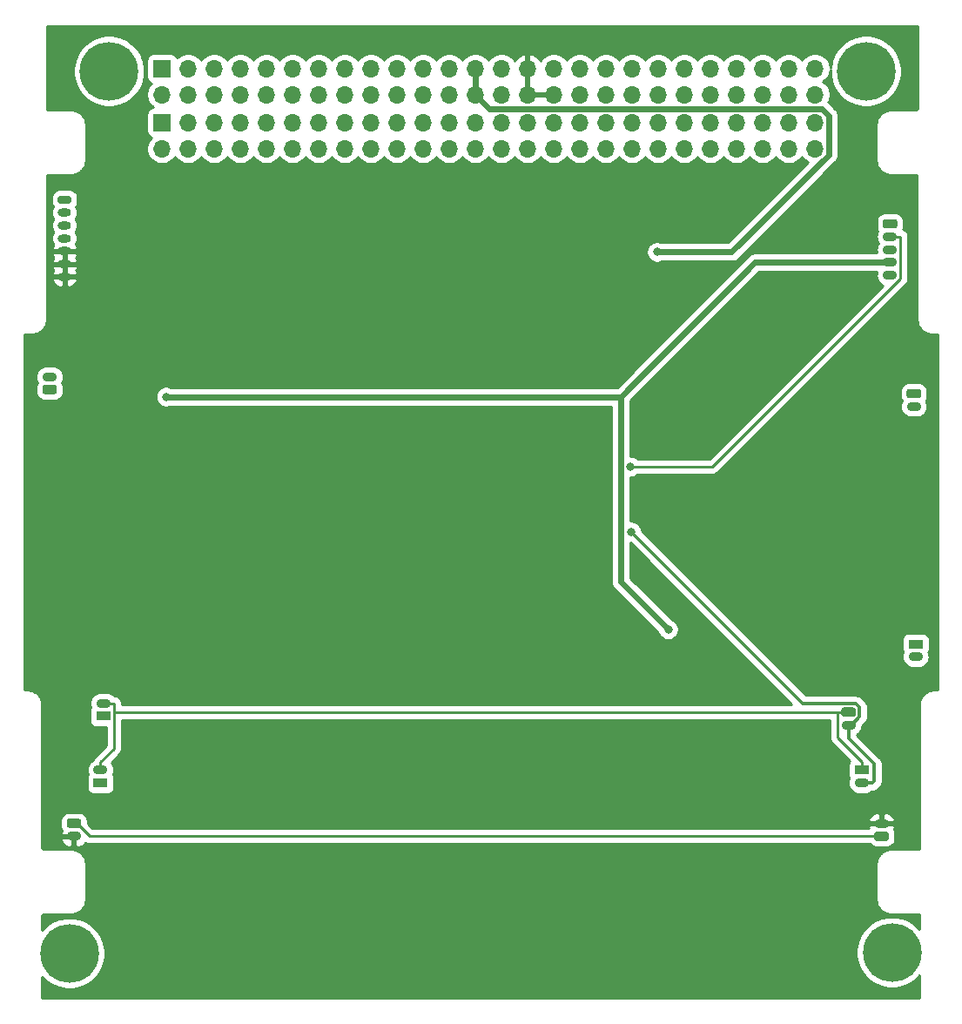
<source format=gbr>
%TF.GenerationSoftware,KiCad,Pcbnew,(5.1.12)-1*%
%TF.CreationDate,2023-02-07T17:32:02-05:00*%
%TF.ProjectId,RADSAT-SK Timer 2,52414453-4154-42d5-934b-2054696d6572,rev?*%
%TF.SameCoordinates,PX7735940PY2faf080*%
%TF.FileFunction,Copper,L2,Bot*%
%TF.FilePolarity,Positive*%
%FSLAX46Y46*%
G04 Gerber Fmt 4.6, Leading zero omitted, Abs format (unit mm)*
G04 Created by KiCad (PCBNEW (5.1.12)-1) date 2023-02-07 17:32:02*
%MOMM*%
%LPD*%
G01*
G04 APERTURE LIST*
%TA.AperFunction,ComponentPad*%
%ADD10O,1.400000X0.900000*%
%TD*%
%TA.AperFunction,ComponentPad*%
%ADD11O,1.700000X1.700000*%
%TD*%
%TA.AperFunction,ComponentPad*%
%ADD12R,1.700000X1.700000*%
%TD*%
%TA.AperFunction,ConnectorPad*%
%ADD13C,5.700000*%
%TD*%
%TA.AperFunction,ComponentPad*%
%ADD14C,3.600000*%
%TD*%
%TA.AperFunction,ComponentPad*%
%ADD15O,1.300000X0.800000*%
%TD*%
%TA.AperFunction,ComponentPad*%
%ADD16R,1.400000X0.900000*%
%TD*%
%TA.AperFunction,ViaPad*%
%ADD17C,0.800000*%
%TD*%
%TA.AperFunction,Conductor*%
%ADD18C,0.350000*%
%TD*%
%TA.AperFunction,Conductor*%
%ADD19C,0.600000*%
%TD*%
%TA.AperFunction,Conductor*%
%ADD20C,0.250000*%
%TD*%
%TA.AperFunction,Conductor*%
%ADD21C,0.254000*%
%TD*%
%TA.AperFunction,Conductor*%
%ADD22C,0.100000*%
%TD*%
G04 APERTURE END LIST*
D10*
%TO.P,J202,5*%
%TO.N,Net-(BT201-Pad2)*%
X-5310000Y-24920000D03*
%TO.P,J202,4*%
%TO.N,InhibV+*%
X-5310000Y-23670000D03*
%TO.P,J202,3*%
%TO.N,Net-(J202-Pad3)*%
X-5310000Y-22420000D03*
%TO.P,J202,2*%
%TO.N,Net-(D204-Pad6)*%
X-5310000Y-21170000D03*
%TO.P,J202,1*%
%TO.N,USB_Charge*%
%TA.AperFunction,ComponentPad*%
G36*
G01*
X-5785000Y-19470000D02*
X-4835000Y-19470000D01*
G75*
G02*
X-4610000Y-19695000I0J-225000D01*
G01*
X-4610000Y-20145000D01*
G75*
G02*
X-4835000Y-20370000I-225000J0D01*
G01*
X-5785000Y-20370000D01*
G75*
G02*
X-6010000Y-20145000I0J225000D01*
G01*
X-6010000Y-19695000D01*
G75*
G02*
X-5785000Y-19470000I225000J0D01*
G01*
G37*
%TD.AperFunction*%
%TD*%
D11*
%TO.P,J207,52*%
%TO.N,Net-(J207-Pad52)*%
X-12620000Y-7350000D03*
%TO.P,J207,51*%
%TO.N,Net-(J207-Pad51)*%
X-12620000Y-4810000D03*
%TO.P,J207,50*%
%TO.N,Net-(J207-Pad50)*%
X-15160000Y-7350000D03*
%TO.P,J207,49*%
%TO.N,Net-(J207-Pad49)*%
X-15160000Y-4810000D03*
%TO.P,J207,48*%
%TO.N,Net-(J207-Pad48)*%
X-17700000Y-7350000D03*
%TO.P,J207,47*%
%TO.N,Net-(J207-Pad47)*%
X-17700000Y-4810000D03*
%TO.P,J207,46*%
%TO.N,Net-(J207-Pad46)*%
X-20240000Y-7350000D03*
%TO.P,J207,45*%
%TO.N,Net-(J207-Pad45)*%
X-20240000Y-4810000D03*
%TO.P,J207,44*%
%TO.N,Net-(J207-Pad44)*%
X-22780000Y-7350000D03*
%TO.P,J207,43*%
%TO.N,Net-(J207-Pad43)*%
X-22780000Y-4810000D03*
%TO.P,J207,42*%
%TO.N,Net-(J207-Pad42)*%
X-25320000Y-7350000D03*
%TO.P,J207,41*%
%TO.N,Net-(J207-Pad41)*%
X-25320000Y-4810000D03*
%TO.P,J207,40*%
%TO.N,Net-(J207-Pad40)*%
X-27860000Y-7350000D03*
%TO.P,J207,39*%
%TO.N,Net-(J207-Pad39)*%
X-27860000Y-4810000D03*
%TO.P,J207,38*%
%TO.N,Net-(J207-Pad38)*%
X-30400000Y-7350000D03*
%TO.P,J207,37*%
%TO.N,Net-(J207-Pad37)*%
X-30400000Y-4810000D03*
%TO.P,J207,36*%
%TO.N,Net-(J207-Pad36)*%
X-32940000Y-7350000D03*
%TO.P,J207,35*%
%TO.N,Net-(J207-Pad35)*%
X-32940000Y-4810000D03*
%TO.P,J207,34*%
%TO.N,Net-(J207-Pad34)*%
X-35480000Y-7350000D03*
%TO.P,J207,33*%
%TO.N,Net-(J207-Pad33)*%
X-35480000Y-4810000D03*
%TO.P,J207,32*%
%TO.N,GND*%
X-38020000Y-7350000D03*
%TO.P,J207,31*%
%TO.N,Net-(J207-Pad31)*%
X-38020000Y-4810000D03*
%TO.P,J207,30*%
%TO.N,GND*%
X-40560000Y-7350000D03*
%TO.P,J207,29*%
X-40560000Y-4810000D03*
%TO.P,J207,28*%
%TO.N,+3V3*%
X-43100000Y-7350000D03*
%TO.P,J207,27*%
X-43100000Y-4810000D03*
%TO.P,J207,26*%
%TO.N,+5V*%
X-45640000Y-7350000D03*
%TO.P,J207,25*%
X-45640000Y-4810000D03*
%TO.P,J207,24*%
%TO.N,Net-(J207-Pad24)*%
X-48180000Y-7350000D03*
%TO.P,J207,23*%
%TO.N,Net-(J207-Pad23)*%
X-48180000Y-4810000D03*
%TO.P,J207,22*%
%TO.N,Net-(J207-Pad22)*%
X-50720000Y-7350000D03*
%TO.P,J207,21*%
%TO.N,Net-(J207-Pad21)*%
X-50720000Y-4810000D03*
%TO.P,J207,20*%
%TO.N,Net-(J207-Pad20)*%
X-53260000Y-7350000D03*
%TO.P,J207,19*%
%TO.N,Net-(J207-Pad19)*%
X-53260000Y-4810000D03*
%TO.P,J207,18*%
%TO.N,Net-(J207-Pad18)*%
X-55800000Y-7350000D03*
%TO.P,J207,17*%
%TO.N,Net-(J207-Pad17)*%
X-55800000Y-4810000D03*
%TO.P,J207,16*%
%TO.N,Net-(J207-Pad16)*%
X-58340000Y-7350000D03*
%TO.P,J207,15*%
%TO.N,Net-(J207-Pad15)*%
X-58340000Y-4810000D03*
%TO.P,J207,14*%
%TO.N,Net-(J207-Pad14)*%
X-60880000Y-7350000D03*
%TO.P,J207,13*%
%TO.N,Net-(J207-Pad13)*%
X-60880000Y-4810000D03*
%TO.P,J207,12*%
%TO.N,Net-(J207-Pad12)*%
X-63420000Y-7350000D03*
%TO.P,J207,11*%
%TO.N,Net-(J207-Pad11)*%
X-63420000Y-4810000D03*
%TO.P,J207,10*%
%TO.N,Net-(J207-Pad10)*%
X-65960000Y-7350000D03*
%TO.P,J207,9*%
%TO.N,Net-(J207-Pad9)*%
X-65960000Y-4810000D03*
%TO.P,J207,8*%
%TO.N,Net-(J207-Pad8)*%
X-68500000Y-7350000D03*
%TO.P,J207,7*%
%TO.N,Net-(J207-Pad7)*%
X-68500000Y-4810000D03*
%TO.P,J207,6*%
%TO.N,Net-(J207-Pad6)*%
X-71040000Y-7350000D03*
%TO.P,J207,5*%
%TO.N,Net-(J207-Pad5)*%
X-71040000Y-4810000D03*
%TO.P,J207,4*%
%TO.N,Net-(J207-Pad4)*%
X-73580000Y-7350000D03*
%TO.P,J207,3*%
%TO.N,Net-(J207-Pad3)*%
X-73580000Y-4810000D03*
%TO.P,J207,2*%
%TO.N,Net-(J207-Pad2)*%
X-76120000Y-7350000D03*
D12*
%TO.P,J207,1*%
%TO.N,Net-(J207-Pad1)*%
X-76120000Y-4810000D03*
%TD*%
D11*
%TO.P,J208,52*%
%TO.N,Net-(J208-Pad52)*%
X-12620000Y-12620000D03*
%TO.P,J208,51*%
%TO.N,Net-(J208-Pad51)*%
X-12620000Y-10080000D03*
%TO.P,J208,50*%
%TO.N,Net-(J208-Pad50)*%
X-15160000Y-12620000D03*
%TO.P,J208,49*%
%TO.N,Net-(J208-Pad49)*%
X-15160000Y-10080000D03*
%TO.P,J208,48*%
%TO.N,Net-(J208-Pad48)*%
X-17700000Y-12620000D03*
%TO.P,J208,47*%
%TO.N,Net-(J208-Pad47)*%
X-17700000Y-10080000D03*
%TO.P,J208,46*%
%TO.N,Net-(J208-Pad46)*%
X-20240000Y-12620000D03*
%TO.P,J208,45*%
%TO.N,Net-(J208-Pad45)*%
X-20240000Y-10080000D03*
%TO.P,J208,44*%
%TO.N,I2C_CLK*%
X-22780000Y-12620000D03*
%TO.P,J208,43*%
%TO.N,Net-(J208-Pad43)*%
X-22780000Y-10080000D03*
%TO.P,J208,42*%
%TO.N,I2C_DATA*%
X-25320000Y-12620000D03*
%TO.P,J208,41*%
%TO.N,Net-(J208-Pad41)*%
X-25320000Y-10080000D03*
%TO.P,J208,40*%
%TO.N,Net-(J208-Pad40)*%
X-27860000Y-12620000D03*
%TO.P,J208,39*%
%TO.N,Net-(J208-Pad39)*%
X-27860000Y-10080000D03*
%TO.P,J208,38*%
%TO.N,Net-(J208-Pad38)*%
X-30400000Y-12620000D03*
%TO.P,J208,37*%
%TO.N,Net-(J208-Pad37)*%
X-30400000Y-10080000D03*
%TO.P,J208,36*%
%TO.N,Net-(J208-Pad36)*%
X-32940000Y-12620000D03*
%TO.P,J208,35*%
%TO.N,Net-(J208-Pad35)*%
X-32940000Y-10080000D03*
%TO.P,J208,34*%
%TO.N,Net-(J208-Pad34)*%
X-35480000Y-12620000D03*
%TO.P,J208,33*%
%TO.N,Net-(J208-Pad33)*%
X-35480000Y-10080000D03*
%TO.P,J208,32*%
%TO.N,Net-(J208-Pad32)*%
X-38020000Y-12620000D03*
%TO.P,J208,31*%
%TO.N,USB_Charge*%
X-38020000Y-10080000D03*
%TO.P,J208,30*%
%TO.N,Net-(J208-Pad30)*%
X-40560000Y-12620000D03*
%TO.P,J208,29*%
%TO.N,Net-(J208-Pad29)*%
X-40560000Y-10080000D03*
%TO.P,J208,28*%
%TO.N,Net-(J208-Pad28)*%
X-43100000Y-12620000D03*
%TO.P,J208,27*%
%TO.N,Net-(J208-Pad27)*%
X-43100000Y-10080000D03*
%TO.P,J208,26*%
%TO.N,Net-(J208-Pad26)*%
X-45640000Y-12620000D03*
%TO.P,J208,25*%
%TO.N,Net-(J208-Pad25)*%
X-45640000Y-10080000D03*
%TO.P,J208,24*%
%TO.N,Net-(J208-Pad24)*%
X-48180000Y-12620000D03*
%TO.P,J208,23*%
%TO.N,Net-(J208-Pad23)*%
X-48180000Y-10080000D03*
%TO.P,J208,22*%
%TO.N,Net-(J208-Pad22)*%
X-50720000Y-12620000D03*
%TO.P,J208,21*%
%TO.N,Net-(J208-Pad21)*%
X-50720000Y-10080000D03*
%TO.P,J208,20*%
%TO.N,Net-(J208-Pad20)*%
X-53260000Y-12620000D03*
%TO.P,J208,19*%
%TO.N,Net-(J208-Pad19)*%
X-53260000Y-10080000D03*
%TO.P,J208,18*%
%TO.N,Net-(J208-Pad18)*%
X-55800000Y-12620000D03*
%TO.P,J208,17*%
%TO.N,Net-(J208-Pad17)*%
X-55800000Y-10080000D03*
%TO.P,J208,16*%
%TO.N,Net-(J208-Pad16)*%
X-58340000Y-12620000D03*
%TO.P,J208,15*%
%TO.N,Net-(J208-Pad15)*%
X-58340000Y-10080000D03*
%TO.P,J208,14*%
%TO.N,Net-(J208-Pad14)*%
X-60880000Y-12620000D03*
%TO.P,J208,13*%
%TO.N,Net-(J208-Pad13)*%
X-60880000Y-10080000D03*
%TO.P,J208,12*%
%TO.N,Net-(J208-Pad12)*%
X-63420000Y-12620000D03*
%TO.P,J208,11*%
%TO.N,Net-(J208-Pad11)*%
X-63420000Y-10080000D03*
%TO.P,J208,10*%
%TO.N,Net-(J208-Pad10)*%
X-65960000Y-12620000D03*
%TO.P,J208,9*%
%TO.N,Net-(J208-Pad9)*%
X-65960000Y-10080000D03*
%TO.P,J208,8*%
%TO.N,Net-(J208-Pad8)*%
X-68500000Y-12620000D03*
%TO.P,J208,7*%
%TO.N,Net-(J208-Pad7)*%
X-68500000Y-10080000D03*
%TO.P,J208,6*%
%TO.N,Net-(J208-Pad6)*%
X-71040000Y-12620000D03*
%TO.P,J208,5*%
%TO.N,Net-(J208-Pad5)*%
X-71040000Y-10080000D03*
%TO.P,J208,4*%
%TO.N,Net-(J208-Pad4)*%
X-73580000Y-12620000D03*
%TO.P,J208,3*%
%TO.N,Net-(J208-Pad3)*%
X-73580000Y-10080000D03*
%TO.P,J208,2*%
%TO.N,Net-(J208-Pad2)*%
X-76120000Y-12620000D03*
D12*
%TO.P,J208,1*%
%TO.N,Net-(J208-Pad1)*%
X-76120000Y-10080000D03*
%TD*%
D13*
%TO.P,H102,1*%
%TO.N,N/C*%
X-7650000Y-5070000D03*
D14*
X-7650000Y-5070000D03*
%TD*%
%TO.P,J201,1*%
%TO.N,+3V3*%
%TA.AperFunction,ComponentPad*%
G36*
G01*
X-86040000Y-17170000D02*
X-85140000Y-17170000D01*
G75*
G02*
X-84940000Y-17370000I0J-200000D01*
G01*
X-84940000Y-17770000D01*
G75*
G02*
X-85140000Y-17970000I-200000J0D01*
G01*
X-86040000Y-17970000D01*
G75*
G02*
X-86240000Y-17770000I0J200000D01*
G01*
X-86240000Y-17370000D01*
G75*
G02*
X-86040000Y-17170000I200000J0D01*
G01*
G37*
%TD.AperFunction*%
D15*
%TO.P,J201,2*%
X-85590000Y-18820000D03*
%TO.P,J201,3*%
%TO.N,I2C_DATA*%
X-85590000Y-20070000D03*
%TO.P,J201,4*%
%TO.N,I2C_CLK*%
X-85590000Y-21320000D03*
%TO.P,J201,5*%
%TO.N,GND*%
X-85590000Y-22570000D03*
%TO.P,J201,6*%
X-85590000Y-23820000D03*
%TO.P,J201,7*%
X-85590000Y-25070000D03*
%TD*%
%TO.P,SW201,1*%
%TO.N,Net-(SW201-Pad1)*%
%TA.AperFunction,ComponentPad*%
G36*
G01*
X-9815000Y-66950000D02*
X-8865000Y-66950000D01*
G75*
G02*
X-8640000Y-67175000I0J-225000D01*
G01*
X-8640000Y-67625000D01*
G75*
G02*
X-8865000Y-67850000I-225000J0D01*
G01*
X-9815000Y-67850000D01*
G75*
G02*
X-10040000Y-67625000I0J225000D01*
G01*
X-10040000Y-67175000D01*
G75*
G02*
X-9815000Y-66950000I225000J0D01*
G01*
G37*
%TD.AperFunction*%
D10*
%TO.P,SW201,2*%
%TO.N,+BATT*%
X-9340000Y-68650000D03*
%TD*%
D13*
%TO.P,H103,1*%
%TO.N,N/C*%
X-5120000Y-90760000D03*
D14*
X-5120000Y-90760000D03*
%TD*%
D10*
%TO.P,SW206,2*%
%TO.N,GND*%
X-6140000Y-78220000D03*
%TO.P,SW206,1*%
%TO.N,Net-(J202-Pad3)*%
%TA.AperFunction,ComponentPad*%
G36*
G01*
X-5665000Y-79920000D02*
X-6615000Y-79920000D01*
G75*
G02*
X-6840000Y-79695000I0J225000D01*
G01*
X-6840000Y-79245000D01*
G75*
G02*
X-6615000Y-79020000I225000J0D01*
G01*
X-5665000Y-79020000D01*
G75*
G02*
X-5440000Y-79245000I0J-225000D01*
G01*
X-5440000Y-79695000D01*
G75*
G02*
X-5665000Y-79920000I-225000J0D01*
G01*
G37*
%TD.AperFunction*%
%TD*%
D16*
%TO.P,SW202,1*%
%TO.N,Net-(SW201-Pad1)*%
X-8060000Y-73040000D03*
D10*
%TO.P,SW202,2*%
%TO.N,+BATT*%
X-8060000Y-74290000D03*
%TD*%
%TO.P,J205,2*%
%TO.N,Net-(J205-Pad2)*%
X-2996000Y-37672800D03*
%TO.P,J205,1*%
%TO.N,Net-(J205-Pad1)*%
%TA.AperFunction,ComponentPad*%
G36*
G01*
X-3471000Y-35972800D02*
X-2521000Y-35972800D01*
G75*
G02*
X-2296000Y-36197800I0J-225000D01*
G01*
X-2296000Y-36647800D01*
G75*
G02*
X-2521000Y-36872800I-225000J0D01*
G01*
X-3471000Y-36872800D01*
G75*
G02*
X-3696000Y-36647800I0J225000D01*
G01*
X-3696000Y-36197800D01*
G75*
G02*
X-3471000Y-35972800I225000J0D01*
G01*
G37*
%TD.AperFunction*%
%TD*%
%TO.P,SW204,2*%
%TO.N,Net-(SW201-Pad1)*%
X-82090000Y-73040000D03*
D16*
%TO.P,SW204,1*%
%TO.N,A*%
X-82090000Y-74290000D03*
%TD*%
D10*
%TO.P,SW203,2*%
%TO.N,Net-(SW201-Pad1)*%
X-81820000Y-66530000D03*
D16*
%TO.P,SW203,1*%
%TO.N,A*%
X-81820000Y-67780000D03*
%TD*%
D10*
%TO.P,SW205,2*%
%TO.N,GND*%
X-84680000Y-79460000D03*
%TO.P,SW205,1*%
%TO.N,Net-(J202-Pad3)*%
%TA.AperFunction,ComponentPad*%
G36*
G01*
X-85155000Y-77760000D02*
X-84205000Y-77760000D01*
G75*
G02*
X-83980000Y-77985000I0J-225000D01*
G01*
X-83980000Y-78435000D01*
G75*
G02*
X-84205000Y-78660000I-225000J0D01*
G01*
X-85155000Y-78660000D01*
G75*
G02*
X-85380000Y-78435000I0J225000D01*
G01*
X-85380000Y-77985000D01*
G75*
G02*
X-85155000Y-77760000I225000J0D01*
G01*
G37*
%TD.AperFunction*%
%TD*%
D13*
%TO.P,H104,1*%
%TO.N,N/C*%
X-85120000Y-90860000D03*
D14*
X-85120000Y-90860000D03*
%TD*%
%TO.P,J206,1*%
%TO.N,Net-(J206-Pad1)*%
%TA.AperFunction,ComponentPad*%
G36*
G01*
X-86564700Y-36484900D02*
X-87514700Y-36484900D01*
G75*
G02*
X-87739700Y-36259900I0J225000D01*
G01*
X-87739700Y-35809900D01*
G75*
G02*
X-87514700Y-35584900I225000J0D01*
G01*
X-86564700Y-35584900D01*
G75*
G02*
X-86339700Y-35809900I0J-225000D01*
G01*
X-86339700Y-36259900D01*
G75*
G02*
X-86564700Y-36484900I-225000J0D01*
G01*
G37*
%TD.AperFunction*%
D10*
%TO.P,J206,2*%
%TO.N,Net-(J206-Pad2)*%
X-87039700Y-34784900D03*
%TD*%
%TO.P,J204,2*%
%TO.N,Net-(J204-Pad2)*%
X-2808000Y-62027000D03*
D16*
%TO.P,J204,1*%
%TO.N,Net-(J204-Pad1)*%
X-2808000Y-60777000D03*
%TD*%
D13*
%TO.P,H101,1*%
%TO.N,N/C*%
X-81270000Y-5070000D03*
D14*
X-81270000Y-5070000D03*
%TD*%
D17*
%TO.N,+BATT*%
X-30489140Y-49867720D03*
%TO.N,InhibV+*%
X-26875100Y-59366700D03*
X-75701400Y-36740600D03*
%TO.N,Net-(D204-Pad6)*%
X-30555900Y-43529800D03*
%TO.N,GND*%
X-8298000Y-25554700D03*
X-26800900Y-63724900D03*
X-40164500Y-39180500D03*
X-81567100Y-41103700D03*
X-8630500Y-32104800D03*
X-45787600Y-40257800D03*
X-52342900Y-31645700D03*
X-9274400Y-59912800D03*
X-67257000Y-52399200D03*
X-63496500Y-56794000D03*
X-52942600Y-39507100D03*
X-49013400Y-31827500D03*
X-41012300Y-52669300D03*
X-12212700Y-44815500D03*
%TO.N,+5V*%
X-27972800Y-22652600D03*
%TD*%
D18*
%TO.N,+BATT*%
X-9041456Y-68650000D02*
X-9340000Y-68650000D01*
X-8264990Y-67873534D02*
X-9041456Y-68650000D01*
X-8264990Y-66926466D02*
X-8264990Y-67873534D01*
X-8616466Y-66574990D02*
X-8264990Y-66926466D01*
X-13781870Y-66574990D02*
X-8616466Y-66574990D01*
X-30489140Y-49867720D02*
X-13781870Y-66574990D01*
X-9340000Y-69934998D02*
X-6854440Y-72420558D01*
X-9340000Y-68650000D02*
X-9340000Y-69934998D01*
X-7010000Y-74290000D02*
X-8060000Y-74290000D01*
X-6854440Y-74134440D02*
X-7010000Y-74290000D01*
X-6854440Y-72420558D02*
X-6854440Y-74134440D01*
D19*
%TO.N,InhibV+*%
X-31491600Y-36740600D02*
X-18421000Y-23670000D01*
X-18421000Y-23670000D02*
X-5310000Y-23670000D01*
X-75701400Y-36740600D02*
X-31491600Y-36740600D01*
X-26875100Y-59366700D02*
X-31491600Y-54750200D01*
X-31491600Y-54750200D02*
X-31491600Y-36740600D01*
D20*
%TO.N,Net-(D204-Pad6)*%
X-5310000Y-21170000D02*
X-4284700Y-21170000D01*
X-30555900Y-43529800D02*
X-22569800Y-43529800D01*
X-22569800Y-43529800D02*
X-4284700Y-25244700D01*
X-4284700Y-25244700D02*
X-4284700Y-21170000D01*
%TO.N,Net-(J202-Pad3)*%
X-84680000Y-78210000D02*
X-84440000Y-78210000D01*
X-84440000Y-78210000D02*
X-83180000Y-79470000D01*
X-83180000Y-79470000D02*
X-6140000Y-79470000D01*
D19*
%TO.N,+5V*%
X-27972800Y-22652600D02*
X-20709000Y-22652600D01*
X-20709000Y-22652600D02*
X-11263200Y-13206800D01*
X-11263200Y-13206800D02*
X-11263200Y-9430800D01*
X-11263200Y-9430800D02*
X-11964400Y-8729600D01*
X-11964400Y-8729600D02*
X-44260400Y-8729600D01*
X-44260400Y-8729600D02*
X-45640000Y-7350000D01*
X-45640000Y-4810000D02*
X-45640000Y-7350000D01*
D20*
%TO.N,Net-(SW201-Pad1)*%
X-8060000Y-73040000D02*
X-8060000Y-72264700D01*
X-10411500Y-67400000D02*
X-9340000Y-67400000D01*
X-80776000Y-67400000D02*
X-10411500Y-67400000D01*
X-10411500Y-67400000D02*
X-10411500Y-69913200D01*
X-10411500Y-69913200D02*
X-8060000Y-72264700D01*
X-81820000Y-66530000D02*
X-80794700Y-66530000D01*
X-82090000Y-73040000D02*
X-82090000Y-72264700D01*
X-80776000Y-67400000D02*
X-80776000Y-70950700D01*
X-80776000Y-70950700D02*
X-82090000Y-72264700D01*
X-80794700Y-66530000D02*
X-80794700Y-67381300D01*
X-80794700Y-67381300D02*
X-80776000Y-67400000D01*
%TD*%
D21*
%TO.N,GND*%
X-2659999Y-8717709D02*
X-2664819Y-8766868D01*
X-2669717Y-8783091D01*
X-2677674Y-8798055D01*
X-2688385Y-8811188D01*
X-2701441Y-8821989D01*
X-2716348Y-8830049D01*
X-2732541Y-8835062D01*
X-2779525Y-8840000D01*
X-5282419Y-8840000D01*
X-5310501Y-8842766D01*
X-5315057Y-8842734D01*
X-5324228Y-8843634D01*
X-5469800Y-8858935D01*
X-5528383Y-8870961D01*
X-5587152Y-8882171D01*
X-5595974Y-8884835D01*
X-5735803Y-8928119D01*
X-5790933Y-8951294D01*
X-5846412Y-8973708D01*
X-5854549Y-8978035D01*
X-5983306Y-9047654D01*
X-6032863Y-9081081D01*
X-6082953Y-9113858D01*
X-6090094Y-9119683D01*
X-6202877Y-9212985D01*
X-6244999Y-9255402D01*
X-6287768Y-9297284D01*
X-6293641Y-9304385D01*
X-6386154Y-9417816D01*
X-6419246Y-9467625D01*
X-6453053Y-9516997D01*
X-6457436Y-9525103D01*
X-6526155Y-9654345D01*
X-6548945Y-9709638D01*
X-6572517Y-9764636D01*
X-6575242Y-9773440D01*
X-6617548Y-9913566D01*
X-6629164Y-9972232D01*
X-6641603Y-10030753D01*
X-6642566Y-10039917D01*
X-6656850Y-10185594D01*
X-6656850Y-10185599D01*
X-6660000Y-10217582D01*
X-6659999Y-13782419D01*
X-6657234Y-13810492D01*
X-6657266Y-13815057D01*
X-6656366Y-13824228D01*
X-6641065Y-13969800D01*
X-6629046Y-14028352D01*
X-6617829Y-14087152D01*
X-6615165Y-14095974D01*
X-6571881Y-14235803D01*
X-6548706Y-14290933D01*
X-6526292Y-14346412D01*
X-6521965Y-14354548D01*
X-6452347Y-14483306D01*
X-6418902Y-14532890D01*
X-6386142Y-14582953D01*
X-6380317Y-14590094D01*
X-6287015Y-14702877D01*
X-6244579Y-14745018D01*
X-6202716Y-14787767D01*
X-6195616Y-14793641D01*
X-6082184Y-14886154D01*
X-6032375Y-14919246D01*
X-5983003Y-14953053D01*
X-5974896Y-14957436D01*
X-5845655Y-15026155D01*
X-5790374Y-15048940D01*
X-5735364Y-15072517D01*
X-5726561Y-15075242D01*
X-5586434Y-15117548D01*
X-5527768Y-15129164D01*
X-5469247Y-15141603D01*
X-5460082Y-15142566D01*
X-5314406Y-15156850D01*
X-5314402Y-15156850D01*
X-5282419Y-15160000D01*
X-2802281Y-15160000D01*
X-2753133Y-15164819D01*
X-2736908Y-15169718D01*
X-2721947Y-15177672D01*
X-2708811Y-15188386D01*
X-2698012Y-15201441D01*
X-2689951Y-15216349D01*
X-2684938Y-15232541D01*
X-2680000Y-15279525D01*
X-2679999Y-29282419D01*
X-2677234Y-29310492D01*
X-2677266Y-29315057D01*
X-2676366Y-29324228D01*
X-2661065Y-29469800D01*
X-2649046Y-29528352D01*
X-2637829Y-29587152D01*
X-2635165Y-29595974D01*
X-2591881Y-29735803D01*
X-2568706Y-29790933D01*
X-2546292Y-29846412D01*
X-2541965Y-29854548D01*
X-2472347Y-29983306D01*
X-2438902Y-30032890D01*
X-2406142Y-30082953D01*
X-2400317Y-30090094D01*
X-2307015Y-30202877D01*
X-2264579Y-30245018D01*
X-2222716Y-30287767D01*
X-2215616Y-30293641D01*
X-2102184Y-30386154D01*
X-2052375Y-30419246D01*
X-2003003Y-30453053D01*
X-1994896Y-30457436D01*
X-1865655Y-30526155D01*
X-1810374Y-30548940D01*
X-1755364Y-30572517D01*
X-1746561Y-30575242D01*
X-1606434Y-30617548D01*
X-1547768Y-30629164D01*
X-1489247Y-30641603D01*
X-1480082Y-30642566D01*
X-1334406Y-30656850D01*
X-1334402Y-30656850D01*
X-1302419Y-30660000D01*
X-782281Y-30660000D01*
X-733133Y-30664819D01*
X-716908Y-30669718D01*
X-701947Y-30677672D01*
X-688811Y-30688386D01*
X-678012Y-30701441D01*
X-669951Y-30716349D01*
X-664938Y-30732541D01*
X-660000Y-30779525D01*
X-659999Y-65107708D01*
X-664819Y-65156868D01*
X-669717Y-65173091D01*
X-677674Y-65188055D01*
X-688385Y-65201188D01*
X-701441Y-65211989D01*
X-716348Y-65220049D01*
X-732541Y-65225062D01*
X-779525Y-65230000D01*
X-1082419Y-65230000D01*
X-1110501Y-65232766D01*
X-1115057Y-65232734D01*
X-1124228Y-65233634D01*
X-1269800Y-65248935D01*
X-1328383Y-65260961D01*
X-1387152Y-65272171D01*
X-1395974Y-65274835D01*
X-1535803Y-65318119D01*
X-1590933Y-65341294D01*
X-1646412Y-65363708D01*
X-1654549Y-65368035D01*
X-1783306Y-65437654D01*
X-1832863Y-65471081D01*
X-1882953Y-65503858D01*
X-1890094Y-65509683D01*
X-2002877Y-65602985D01*
X-2044999Y-65645402D01*
X-2087768Y-65687284D01*
X-2093641Y-65694385D01*
X-2186154Y-65807816D01*
X-2219246Y-65857625D01*
X-2253053Y-65906997D01*
X-2257436Y-65915103D01*
X-2326155Y-66044345D01*
X-2348945Y-66099638D01*
X-2372517Y-66154636D01*
X-2375242Y-66163440D01*
X-2417548Y-66303566D01*
X-2429164Y-66362232D01*
X-2441603Y-66420753D01*
X-2442566Y-66429917D01*
X-2456850Y-66575594D01*
X-2456850Y-66575599D01*
X-2460000Y-66607582D01*
X-2459999Y-80607708D01*
X-2464819Y-80656868D01*
X-2469717Y-80673091D01*
X-2477674Y-80688055D01*
X-2488385Y-80701188D01*
X-2501441Y-80711989D01*
X-2516348Y-80720049D01*
X-2532541Y-80725062D01*
X-2579525Y-80730000D01*
X-5282419Y-80730000D01*
X-5310501Y-80732766D01*
X-5315057Y-80732734D01*
X-5324228Y-80733634D01*
X-5469800Y-80748935D01*
X-5528383Y-80760961D01*
X-5587152Y-80772171D01*
X-5595974Y-80774835D01*
X-5735803Y-80818119D01*
X-5790933Y-80841294D01*
X-5846412Y-80863708D01*
X-5854549Y-80868035D01*
X-5983306Y-80937654D01*
X-6032863Y-80971081D01*
X-6082953Y-81003858D01*
X-6090094Y-81009683D01*
X-6202877Y-81102985D01*
X-6244999Y-81145402D01*
X-6287768Y-81187284D01*
X-6293641Y-81194385D01*
X-6386154Y-81307816D01*
X-6419246Y-81357625D01*
X-6453053Y-81406997D01*
X-6457436Y-81415103D01*
X-6526155Y-81544345D01*
X-6548945Y-81599638D01*
X-6572517Y-81654636D01*
X-6575242Y-81663440D01*
X-6617548Y-81803566D01*
X-6629164Y-81862232D01*
X-6641603Y-81920753D01*
X-6642566Y-81929917D01*
X-6656850Y-82075594D01*
X-6656850Y-82075599D01*
X-6660000Y-82107582D01*
X-6659999Y-85672419D01*
X-6657234Y-85700492D01*
X-6657266Y-85705057D01*
X-6656366Y-85714228D01*
X-6641065Y-85859800D01*
X-6629046Y-85918352D01*
X-6617829Y-85977152D01*
X-6615165Y-85985974D01*
X-6571881Y-86125803D01*
X-6548706Y-86180933D01*
X-6526292Y-86236412D01*
X-6521965Y-86244548D01*
X-6452347Y-86373306D01*
X-6418902Y-86422890D01*
X-6386142Y-86472953D01*
X-6380317Y-86480094D01*
X-6287015Y-86592877D01*
X-6244579Y-86635018D01*
X-6202716Y-86677767D01*
X-6195616Y-86683641D01*
X-6082184Y-86776154D01*
X-6032375Y-86809246D01*
X-5983003Y-86843053D01*
X-5974896Y-86847436D01*
X-5845655Y-86916155D01*
X-5790374Y-86938940D01*
X-5735364Y-86962517D01*
X-5726561Y-86965242D01*
X-5586434Y-87007548D01*
X-5527768Y-87019164D01*
X-5469247Y-87031603D01*
X-5460082Y-87032566D01*
X-5314406Y-87046850D01*
X-5314402Y-87046850D01*
X-5282419Y-87050000D01*
X-2582281Y-87050000D01*
X-2533133Y-87054819D01*
X-2516908Y-87059718D01*
X-2501947Y-87067672D01*
X-2488811Y-87078386D01*
X-2478012Y-87091441D01*
X-2469951Y-87106349D01*
X-2464938Y-87122541D01*
X-2460000Y-87169525D01*
X-2460000Y-88491466D01*
X-2898442Y-88053024D01*
X-3469234Y-87671633D01*
X-4103463Y-87408927D01*
X-4776758Y-87275000D01*
X-5463242Y-87275000D01*
X-6136537Y-87408927D01*
X-6770766Y-87671633D01*
X-7341558Y-88053024D01*
X-7826976Y-88538442D01*
X-8208367Y-89109234D01*
X-8471073Y-89743463D01*
X-8605000Y-90416758D01*
X-8605000Y-91103242D01*
X-8471073Y-91776537D01*
X-8208367Y-92410766D01*
X-7826976Y-92981558D01*
X-7341558Y-93466976D01*
X-6770766Y-93848367D01*
X-6136537Y-94111073D01*
X-5463242Y-94245000D01*
X-4776758Y-94245000D01*
X-4103463Y-94111073D01*
X-3469234Y-93848367D01*
X-2898442Y-93466976D01*
X-2459999Y-93028533D01*
X-2459999Y-95230000D01*
X-87760000Y-95230000D01*
X-87760000Y-93148534D01*
X-87341558Y-93566976D01*
X-86770766Y-93948367D01*
X-86136537Y-94211073D01*
X-85463242Y-94345000D01*
X-84776758Y-94345000D01*
X-84103463Y-94211073D01*
X-83469234Y-93948367D01*
X-82898442Y-93566976D01*
X-82413024Y-93081558D01*
X-82031633Y-92510766D01*
X-81768927Y-91876537D01*
X-81635000Y-91203242D01*
X-81635000Y-90516758D01*
X-81768927Y-89843463D01*
X-82031633Y-89209234D01*
X-82413024Y-88638442D01*
X-82898442Y-88153024D01*
X-83469234Y-87771633D01*
X-84103463Y-87508927D01*
X-84776758Y-87375000D01*
X-85463242Y-87375000D01*
X-86136537Y-87508927D01*
X-86770766Y-87771633D01*
X-87341558Y-88153024D01*
X-87760000Y-88571466D01*
X-87760000Y-87172281D01*
X-87755181Y-87123133D01*
X-87750282Y-87106908D01*
X-87742328Y-87091947D01*
X-87731614Y-87078811D01*
X-87718559Y-87068012D01*
X-87703651Y-87059951D01*
X-87687459Y-87054938D01*
X-87640475Y-87050000D01*
X-84887581Y-87050000D01*
X-84859499Y-87047234D01*
X-84854943Y-87047266D01*
X-84845772Y-87046366D01*
X-84700200Y-87031065D01*
X-84641648Y-87019046D01*
X-84582848Y-87007829D01*
X-84574026Y-87005165D01*
X-84434197Y-86961881D01*
X-84379067Y-86938706D01*
X-84323588Y-86916292D01*
X-84315452Y-86911965D01*
X-84186694Y-86842347D01*
X-84137110Y-86808902D01*
X-84087047Y-86776142D01*
X-84079906Y-86770317D01*
X-83967123Y-86677015D01*
X-83924982Y-86634579D01*
X-83882233Y-86592716D01*
X-83876359Y-86585616D01*
X-83783846Y-86472184D01*
X-83750754Y-86422375D01*
X-83716947Y-86373003D01*
X-83712564Y-86364896D01*
X-83643845Y-86235655D01*
X-83621060Y-86180374D01*
X-83597483Y-86125364D01*
X-83594758Y-86116561D01*
X-83552452Y-85976434D01*
X-83540836Y-85917768D01*
X-83528397Y-85859247D01*
X-83527434Y-85850082D01*
X-83513150Y-85704406D01*
X-83513150Y-85704402D01*
X-83510000Y-85672419D01*
X-83510000Y-82107581D01*
X-83512766Y-82079499D01*
X-83512734Y-82074943D01*
X-83513634Y-82065772D01*
X-83528935Y-81920200D01*
X-83540961Y-81861617D01*
X-83552171Y-81802848D01*
X-83554835Y-81794026D01*
X-83598119Y-81654197D01*
X-83621294Y-81599067D01*
X-83643708Y-81543588D01*
X-83648035Y-81535451D01*
X-83717654Y-81406694D01*
X-83751081Y-81357137D01*
X-83783858Y-81307047D01*
X-83789683Y-81299906D01*
X-83882985Y-81187123D01*
X-83925402Y-81145001D01*
X-83967284Y-81102232D01*
X-83974385Y-81096359D01*
X-84087816Y-81003846D01*
X-84137625Y-80970754D01*
X-84186997Y-80936947D01*
X-84195103Y-80932564D01*
X-84324345Y-80863845D01*
X-84379638Y-80841055D01*
X-84434636Y-80817483D01*
X-84443440Y-80814758D01*
X-84583566Y-80772452D01*
X-84642232Y-80760836D01*
X-84700753Y-80748397D01*
X-84709917Y-80747434D01*
X-84855594Y-80733150D01*
X-84855598Y-80733150D01*
X-84887581Y-80730000D01*
X-87637719Y-80730000D01*
X-87686868Y-80725181D01*
X-87703091Y-80720283D01*
X-87718055Y-80712326D01*
X-87731188Y-80701615D01*
X-87741989Y-80688559D01*
X-87750049Y-80673652D01*
X-87755062Y-80657459D01*
X-87760000Y-80610475D01*
X-87760000Y-79754001D01*
X-85974408Y-79754001D01*
X-85963279Y-79834563D01*
X-85870351Y-80028949D01*
X-85741286Y-80201470D01*
X-85581044Y-80345497D01*
X-85395782Y-80455495D01*
X-85192621Y-80527236D01*
X-84979367Y-80557964D01*
X-84807000Y-80393419D01*
X-84807000Y-79587000D01*
X-85847502Y-79587000D01*
X-85974408Y-79754001D01*
X-87760000Y-79754001D01*
X-87760000Y-77985000D01*
X-86018072Y-77985000D01*
X-86018072Y-78435000D01*
X-86001488Y-78603377D01*
X-85952375Y-78765283D01*
X-85877338Y-78905666D01*
X-85963279Y-79085437D01*
X-85974408Y-79165999D01*
X-85847502Y-79333000D01*
X-84807000Y-79333000D01*
X-84807000Y-79313000D01*
X-84553000Y-79313000D01*
X-84553000Y-79333000D01*
X-84533000Y-79333000D01*
X-84533000Y-79587000D01*
X-84553000Y-79587000D01*
X-84553000Y-80393419D01*
X-84380633Y-80557964D01*
X-84167379Y-80527236D01*
X-83964218Y-80455495D01*
X-83778956Y-80345497D01*
X-83618714Y-80201470D01*
X-83563021Y-80127026D01*
X-83510328Y-80155191D01*
X-83472247Y-80175546D01*
X-83328986Y-80219003D01*
X-83217333Y-80230000D01*
X-83217324Y-80230000D01*
X-83180001Y-80233676D01*
X-83142678Y-80230000D01*
X-7287068Y-80230000D01*
X-7225284Y-80305284D01*
X-7094497Y-80412618D01*
X-6945283Y-80492375D01*
X-6783377Y-80541488D01*
X-6615000Y-80558072D01*
X-5665000Y-80558072D01*
X-5496623Y-80541488D01*
X-5334717Y-80492375D01*
X-5185503Y-80412618D01*
X-5054716Y-80305284D01*
X-4947382Y-80174497D01*
X-4867625Y-80025283D01*
X-4818512Y-79863377D01*
X-4801928Y-79695000D01*
X-4801928Y-79245000D01*
X-4818512Y-79076623D01*
X-4867625Y-78914717D01*
X-4942662Y-78774334D01*
X-4856721Y-78594563D01*
X-4845592Y-78514001D01*
X-4972498Y-78347000D01*
X-6013000Y-78347000D01*
X-6013000Y-78367000D01*
X-6267000Y-78367000D01*
X-6267000Y-78347000D01*
X-7307502Y-78347000D01*
X-7434408Y-78514001D01*
X-7423279Y-78594563D01*
X-7368093Y-78710000D01*
X-82865198Y-78710000D01*
X-83341928Y-78233271D01*
X-83341928Y-77985000D01*
X-83347739Y-77925999D01*
X-7434408Y-77925999D01*
X-7307502Y-78093000D01*
X-6267000Y-78093000D01*
X-6267000Y-77286581D01*
X-6013000Y-77286581D01*
X-6013000Y-78093000D01*
X-4972498Y-78093000D01*
X-4845592Y-77925999D01*
X-4856721Y-77845437D01*
X-4949649Y-77651051D01*
X-5078714Y-77478530D01*
X-5238956Y-77334503D01*
X-5424218Y-77224505D01*
X-5627379Y-77152764D01*
X-5840633Y-77122036D01*
X-6013000Y-77286581D01*
X-6267000Y-77286581D01*
X-6439367Y-77122036D01*
X-6652621Y-77152764D01*
X-6855782Y-77224505D01*
X-7041044Y-77334503D01*
X-7201286Y-77478530D01*
X-7330351Y-77651051D01*
X-7423279Y-77845437D01*
X-7434408Y-77925999D01*
X-83347739Y-77925999D01*
X-83358512Y-77816623D01*
X-83407625Y-77654717D01*
X-83487382Y-77505503D01*
X-83594716Y-77374716D01*
X-83725503Y-77267382D01*
X-83874717Y-77187625D01*
X-84036623Y-77138512D01*
X-84205000Y-77121928D01*
X-85155000Y-77121928D01*
X-85323377Y-77138512D01*
X-85485283Y-77187625D01*
X-85634497Y-77267382D01*
X-85765284Y-77374716D01*
X-85872618Y-77505503D01*
X-85952375Y-77654717D01*
X-86001488Y-77816623D01*
X-86018072Y-77985000D01*
X-87760000Y-77985000D01*
X-87760000Y-73040000D01*
X-83430249Y-73040000D01*
X-83409300Y-73252697D01*
X-83347259Y-73457220D01*
X-83326338Y-73496360D01*
X-83379502Y-73595820D01*
X-83415812Y-73715518D01*
X-83428072Y-73840000D01*
X-83428072Y-74740000D01*
X-83415812Y-74864482D01*
X-83379502Y-74984180D01*
X-83320537Y-75094494D01*
X-83241185Y-75191185D01*
X-83144494Y-75270537D01*
X-83034180Y-75329502D01*
X-82914482Y-75365812D01*
X-82790000Y-75378072D01*
X-81390000Y-75378072D01*
X-81265518Y-75365812D01*
X-81145820Y-75329502D01*
X-81035506Y-75270537D01*
X-80938815Y-75191185D01*
X-80859463Y-75094494D01*
X-80800498Y-74984180D01*
X-80764188Y-74864482D01*
X-80751928Y-74740000D01*
X-80751928Y-73840000D01*
X-80764188Y-73715518D01*
X-80800498Y-73595820D01*
X-80853662Y-73496360D01*
X-80832741Y-73457220D01*
X-80770700Y-73252697D01*
X-80749751Y-73040000D01*
X-80770700Y-72827303D01*
X-80832741Y-72622780D01*
X-80933491Y-72434290D01*
X-81046765Y-72296266D01*
X-80264997Y-71514499D01*
X-80235999Y-71490701D01*
X-80141026Y-71374976D01*
X-80070454Y-71242947D01*
X-80026997Y-71099686D01*
X-80016000Y-70988033D01*
X-80012323Y-70950700D01*
X-80016000Y-70913367D01*
X-80016000Y-68160000D01*
X-11171500Y-68160000D01*
X-11171499Y-69875868D01*
X-11175176Y-69913200D01*
X-11160502Y-70062185D01*
X-11117046Y-70205446D01*
X-11046474Y-70337476D01*
X-10975299Y-70424202D01*
X-10951500Y-70453201D01*
X-10922502Y-70476999D01*
X-9233498Y-72166004D01*
X-9290537Y-72235506D01*
X-9349502Y-72345820D01*
X-9385812Y-72465518D01*
X-9398072Y-72590000D01*
X-9398072Y-73490000D01*
X-9385812Y-73614482D01*
X-9349502Y-73734180D01*
X-9296338Y-73833640D01*
X-9317259Y-73872780D01*
X-9379300Y-74077303D01*
X-9400249Y-74290000D01*
X-9379300Y-74502697D01*
X-9317259Y-74707220D01*
X-9216509Y-74895710D01*
X-9080922Y-75060922D01*
X-8915710Y-75196509D01*
X-8727220Y-75297259D01*
X-8522697Y-75359300D01*
X-8363294Y-75375000D01*
X-7756706Y-75375000D01*
X-7597303Y-75359300D01*
X-7392780Y-75297259D01*
X-7204290Y-75196509D01*
X-7086694Y-75100000D01*
X-7049788Y-75100000D01*
X-7010000Y-75103919D01*
X-6970212Y-75100000D01*
X-6970209Y-75100000D01*
X-6851212Y-75088280D01*
X-6698527Y-75041963D01*
X-6557811Y-74966749D01*
X-6434472Y-74865528D01*
X-6409100Y-74834612D01*
X-6309828Y-74735340D01*
X-6278912Y-74709968D01*
X-6177691Y-74586629D01*
X-6102477Y-74445913D01*
X-6056160Y-74293228D01*
X-6044440Y-74174231D01*
X-6044440Y-74174229D01*
X-6040521Y-74134441D01*
X-6044440Y-74094653D01*
X-6044440Y-72460346D01*
X-6040521Y-72420558D01*
X-6047882Y-72345820D01*
X-6056160Y-72261770D01*
X-6100466Y-72115713D01*
X-6102477Y-72109084D01*
X-6177691Y-71968369D01*
X-6253547Y-71875938D01*
X-6278912Y-71845030D01*
X-6309821Y-71819664D01*
X-8530000Y-69599486D01*
X-8530000Y-69580942D01*
X-8484290Y-69556509D01*
X-8319078Y-69420922D01*
X-8183491Y-69255710D01*
X-8082741Y-69067220D01*
X-8020700Y-68862697D01*
X-8011092Y-68765149D01*
X-7720372Y-68474429D01*
X-7689462Y-68449062D01*
X-7588241Y-68325723D01*
X-7513027Y-68185007D01*
X-7466710Y-68032322D01*
X-7454990Y-67913325D01*
X-7454990Y-67913322D01*
X-7451071Y-67873534D01*
X-7454990Y-67833746D01*
X-7454990Y-66966253D01*
X-7451071Y-66926465D01*
X-7455427Y-66882240D01*
X-7466710Y-66767678D01*
X-7513027Y-66614993D01*
X-7588241Y-66474277D01*
X-7689462Y-66350938D01*
X-7720376Y-66325568D01*
X-8015566Y-66030378D01*
X-8040938Y-65999462D01*
X-8164277Y-65898241D01*
X-8304993Y-65823027D01*
X-8457678Y-65776710D01*
X-8576675Y-65764990D01*
X-8576678Y-65764990D01*
X-8616466Y-65761071D01*
X-8656254Y-65764990D01*
X-13446357Y-65764990D01*
X-17184347Y-62027000D01*
X-4148249Y-62027000D01*
X-4127300Y-62239697D01*
X-4065259Y-62444220D01*
X-3964509Y-62632710D01*
X-3828922Y-62797922D01*
X-3663710Y-62933509D01*
X-3475220Y-63034259D01*
X-3270697Y-63096300D01*
X-3111294Y-63112000D01*
X-2504706Y-63112000D01*
X-2345303Y-63096300D01*
X-2140780Y-63034259D01*
X-1952290Y-62933509D01*
X-1787078Y-62797922D01*
X-1651491Y-62632710D01*
X-1550741Y-62444220D01*
X-1488700Y-62239697D01*
X-1467751Y-62027000D01*
X-1488700Y-61814303D01*
X-1550741Y-61609780D01*
X-1571662Y-61570640D01*
X-1518498Y-61471180D01*
X-1482188Y-61351482D01*
X-1469928Y-61227000D01*
X-1469928Y-60327000D01*
X-1482188Y-60202518D01*
X-1518498Y-60082820D01*
X-1577463Y-59972506D01*
X-1656815Y-59875815D01*
X-1753506Y-59796463D01*
X-1863820Y-59737498D01*
X-1983518Y-59701188D01*
X-2108000Y-59688928D01*
X-3508000Y-59688928D01*
X-3632482Y-59701188D01*
X-3752180Y-59737498D01*
X-3862494Y-59796463D01*
X-3959185Y-59875815D01*
X-4038537Y-59972506D01*
X-4097502Y-60082820D01*
X-4133812Y-60202518D01*
X-4146072Y-60327000D01*
X-4146072Y-61227000D01*
X-4133812Y-61351482D01*
X-4097502Y-61471180D01*
X-4044338Y-61570640D01*
X-4065259Y-61609780D01*
X-4127300Y-61814303D01*
X-4148249Y-62027000D01*
X-17184347Y-62027000D01*
X-29456269Y-49755079D01*
X-29493914Y-49565822D01*
X-29571935Y-49377464D01*
X-29685203Y-49207946D01*
X-29829366Y-49063783D01*
X-29998884Y-48950515D01*
X-30187242Y-48872494D01*
X-30387201Y-48832720D01*
X-30556600Y-48832720D01*
X-30556600Y-44564800D01*
X-30453961Y-44564800D01*
X-30254002Y-44525026D01*
X-30065644Y-44447005D01*
X-29896126Y-44333737D01*
X-29852189Y-44289800D01*
X-22607122Y-44289800D01*
X-22569800Y-44293476D01*
X-22532478Y-44289800D01*
X-22532467Y-44289800D01*
X-22420814Y-44278803D01*
X-22277553Y-44235346D01*
X-22145524Y-44164774D01*
X-22029799Y-44069801D01*
X-22005996Y-44040797D01*
X-15637999Y-37672800D01*
X-4336249Y-37672800D01*
X-4315300Y-37885497D01*
X-4253259Y-38090020D01*
X-4152509Y-38278510D01*
X-4016922Y-38443722D01*
X-3851710Y-38579309D01*
X-3663220Y-38680059D01*
X-3458697Y-38742100D01*
X-3299294Y-38757800D01*
X-2692706Y-38757800D01*
X-2533303Y-38742100D01*
X-2328780Y-38680059D01*
X-2140290Y-38579309D01*
X-1975078Y-38443722D01*
X-1839491Y-38278510D01*
X-1738741Y-38090020D01*
X-1676700Y-37885497D01*
X-1655751Y-37672800D01*
X-1676700Y-37460103D01*
X-1738741Y-37255580D01*
X-1805761Y-37130195D01*
X-1803382Y-37127297D01*
X-1723625Y-36978083D01*
X-1674512Y-36816177D01*
X-1657928Y-36647800D01*
X-1657928Y-36197800D01*
X-1674512Y-36029423D01*
X-1723625Y-35867517D01*
X-1803382Y-35718303D01*
X-1910716Y-35587516D01*
X-2041503Y-35480182D01*
X-2190717Y-35400425D01*
X-2352623Y-35351312D01*
X-2521000Y-35334728D01*
X-3471000Y-35334728D01*
X-3639377Y-35351312D01*
X-3801283Y-35400425D01*
X-3950497Y-35480182D01*
X-4081284Y-35587516D01*
X-4188618Y-35718303D01*
X-4268375Y-35867517D01*
X-4317488Y-36029423D01*
X-4334072Y-36197800D01*
X-4334072Y-36647800D01*
X-4317488Y-36816177D01*
X-4268375Y-36978083D01*
X-4188618Y-37127297D01*
X-4186239Y-37130195D01*
X-4253259Y-37255580D01*
X-4315300Y-37460103D01*
X-4336249Y-37672800D01*
X-15637999Y-37672800D01*
X-3773690Y-25808493D01*
X-3744699Y-25784701D01*
X-3720905Y-25755708D01*
X-3720901Y-25755704D01*
X-3649727Y-25668977D01*
X-3649726Y-25668976D01*
X-3579154Y-25536947D01*
X-3535697Y-25393686D01*
X-3524700Y-25282033D01*
X-3524700Y-25282024D01*
X-3521024Y-25244701D01*
X-3524700Y-25207378D01*
X-3524700Y-21207333D01*
X-3521023Y-21170000D01*
X-3535697Y-21021014D01*
X-3579154Y-20877753D01*
X-3649726Y-20745724D01*
X-3744699Y-20629999D01*
X-3860424Y-20535026D01*
X-3992453Y-20464454D01*
X-4030811Y-20452819D01*
X-3988512Y-20313377D01*
X-3971928Y-20145000D01*
X-3971928Y-19695000D01*
X-3988512Y-19526623D01*
X-4037625Y-19364717D01*
X-4117382Y-19215503D01*
X-4224716Y-19084716D01*
X-4355503Y-18977382D01*
X-4504717Y-18897625D01*
X-4666623Y-18848512D01*
X-4835000Y-18831928D01*
X-5785000Y-18831928D01*
X-5953377Y-18848512D01*
X-6115283Y-18897625D01*
X-6264497Y-18977382D01*
X-6395284Y-19084716D01*
X-6502618Y-19215503D01*
X-6582375Y-19364717D01*
X-6631488Y-19526623D01*
X-6648072Y-19695000D01*
X-6648072Y-20145000D01*
X-6631488Y-20313377D01*
X-6582375Y-20475283D01*
X-6502618Y-20624497D01*
X-6500239Y-20627395D01*
X-6567259Y-20752780D01*
X-6629300Y-20957303D01*
X-6650249Y-21170000D01*
X-6629300Y-21382697D01*
X-6567259Y-21587220D01*
X-6466509Y-21775710D01*
X-6450678Y-21795000D01*
X-6466509Y-21814290D01*
X-6567259Y-22002780D01*
X-6629300Y-22207303D01*
X-6650249Y-22420000D01*
X-6629300Y-22632697D01*
X-6598267Y-22735000D01*
X-18375065Y-22735000D01*
X-18421000Y-22730476D01*
X-18604292Y-22748528D01*
X-18708172Y-22780041D01*
X-18780540Y-22801993D01*
X-18942972Y-22888814D01*
X-19085344Y-23005656D01*
X-19114630Y-23041341D01*
X-31878889Y-35805600D01*
X-75254105Y-35805600D01*
X-75399502Y-35745374D01*
X-75599461Y-35705600D01*
X-75803339Y-35705600D01*
X-76003298Y-35745374D01*
X-76191656Y-35823395D01*
X-76361174Y-35936663D01*
X-76505337Y-36080826D01*
X-76618605Y-36250344D01*
X-76696626Y-36438702D01*
X-76736400Y-36638661D01*
X-76736400Y-36842539D01*
X-76696626Y-37042498D01*
X-76618605Y-37230856D01*
X-76505337Y-37400374D01*
X-76361174Y-37544537D01*
X-76191656Y-37657805D01*
X-76003298Y-37735826D01*
X-75803339Y-37775600D01*
X-75599461Y-37775600D01*
X-75399502Y-37735826D01*
X-75254105Y-37675600D01*
X-32426599Y-37675600D01*
X-32426600Y-54704268D01*
X-32431124Y-54750200D01*
X-32426600Y-54796131D01*
X-32413071Y-54933491D01*
X-32359607Y-55109739D01*
X-32272786Y-55272171D01*
X-32155944Y-55414544D01*
X-32120259Y-55443830D01*
X-27852531Y-59711558D01*
X-27792305Y-59856956D01*
X-27679037Y-60026474D01*
X-27534874Y-60170637D01*
X-27365356Y-60283905D01*
X-27176998Y-60361926D01*
X-26977039Y-60401700D01*
X-26773161Y-60401700D01*
X-26573202Y-60361926D01*
X-26384844Y-60283905D01*
X-26215326Y-60170637D01*
X-26071163Y-60026474D01*
X-25957895Y-59856956D01*
X-25879874Y-59668598D01*
X-25840100Y-59468639D01*
X-25840100Y-59264761D01*
X-25879874Y-59064802D01*
X-25957895Y-58876444D01*
X-26071163Y-58706926D01*
X-26215326Y-58562763D01*
X-26384844Y-58449495D01*
X-26530242Y-58389269D01*
X-30556600Y-54362911D01*
X-30556600Y-50945772D01*
X-14862373Y-66640000D01*
X-80034700Y-66640000D01*
X-80034700Y-66567333D01*
X-80031023Y-66530000D01*
X-80042273Y-66415773D01*
X-80045697Y-66381014D01*
X-80089154Y-66237753D01*
X-80159726Y-66105724D01*
X-80254699Y-65989999D01*
X-80268920Y-65978328D01*
X-80370424Y-65895026D01*
X-80502453Y-65824454D01*
X-80645714Y-65780997D01*
X-80757367Y-65770000D01*
X-80792994Y-65766491D01*
X-80799078Y-65759078D01*
X-80964290Y-65623491D01*
X-81152780Y-65522741D01*
X-81357303Y-65460700D01*
X-81516706Y-65445000D01*
X-82123294Y-65445000D01*
X-82282697Y-65460700D01*
X-82487220Y-65522741D01*
X-82675710Y-65623491D01*
X-82840922Y-65759078D01*
X-82976509Y-65924290D01*
X-83077259Y-66112780D01*
X-83139300Y-66317303D01*
X-83160249Y-66530000D01*
X-83139300Y-66742697D01*
X-83077259Y-66947220D01*
X-83056338Y-66986360D01*
X-83109502Y-67085820D01*
X-83145812Y-67205518D01*
X-83158072Y-67330000D01*
X-83158072Y-68230000D01*
X-83145812Y-68354482D01*
X-83109502Y-68474180D01*
X-83050537Y-68584494D01*
X-82971185Y-68681185D01*
X-82874494Y-68760537D01*
X-82764180Y-68819502D01*
X-82644482Y-68855812D01*
X-82520000Y-68868072D01*
X-81536000Y-68868072D01*
X-81535999Y-70635897D01*
X-82601002Y-71700901D01*
X-82630000Y-71724699D01*
X-82653798Y-71753697D01*
X-82653799Y-71753698D01*
X-82724974Y-71840424D01*
X-82795546Y-71972454D01*
X-82810683Y-72022356D01*
X-82824789Y-72068857D01*
X-82945710Y-72133491D01*
X-83110922Y-72269078D01*
X-83246509Y-72434290D01*
X-83347259Y-72622780D01*
X-83409300Y-72827303D01*
X-83430249Y-73040000D01*
X-87760000Y-73040000D01*
X-87760000Y-66607581D01*
X-87762766Y-66579499D01*
X-87762734Y-66574943D01*
X-87763634Y-66565772D01*
X-87778935Y-66420200D01*
X-87790961Y-66361617D01*
X-87802171Y-66302848D01*
X-87804835Y-66294026D01*
X-87848119Y-66154197D01*
X-87871294Y-66099067D01*
X-87893708Y-66043588D01*
X-87898035Y-66035451D01*
X-87967654Y-65906694D01*
X-88001081Y-65857137D01*
X-88033858Y-65807047D01*
X-88039683Y-65799906D01*
X-88132985Y-65687123D01*
X-88175402Y-65645001D01*
X-88217284Y-65602232D01*
X-88224385Y-65596359D01*
X-88337816Y-65503846D01*
X-88387625Y-65470754D01*
X-88436997Y-65436947D01*
X-88445103Y-65432564D01*
X-88574345Y-65363845D01*
X-88629638Y-65341055D01*
X-88684636Y-65317483D01*
X-88693440Y-65314758D01*
X-88833566Y-65272452D01*
X-88892232Y-65260836D01*
X-88950753Y-65248397D01*
X-88959917Y-65247434D01*
X-89105594Y-65233150D01*
X-89105598Y-65233150D01*
X-89137581Y-65230000D01*
X-89387719Y-65230000D01*
X-89436868Y-65225181D01*
X-89453091Y-65220283D01*
X-89468055Y-65212326D01*
X-89481188Y-65201615D01*
X-89491989Y-65188559D01*
X-89500049Y-65173652D01*
X-89505062Y-65157459D01*
X-89510000Y-65110475D01*
X-89510000Y-34784900D01*
X-88379949Y-34784900D01*
X-88359000Y-34997597D01*
X-88296959Y-35202120D01*
X-88229939Y-35327505D01*
X-88232318Y-35330403D01*
X-88312075Y-35479617D01*
X-88361188Y-35641523D01*
X-88377772Y-35809900D01*
X-88377772Y-36259900D01*
X-88361188Y-36428277D01*
X-88312075Y-36590183D01*
X-88232318Y-36739397D01*
X-88124984Y-36870184D01*
X-87994197Y-36977518D01*
X-87844983Y-37057275D01*
X-87683077Y-37106388D01*
X-87514700Y-37122972D01*
X-86564700Y-37122972D01*
X-86396323Y-37106388D01*
X-86234417Y-37057275D01*
X-86085203Y-36977518D01*
X-85954416Y-36870184D01*
X-85847082Y-36739397D01*
X-85767325Y-36590183D01*
X-85718212Y-36428277D01*
X-85701628Y-36259900D01*
X-85701628Y-35809900D01*
X-85718212Y-35641523D01*
X-85767325Y-35479617D01*
X-85847082Y-35330403D01*
X-85849461Y-35327505D01*
X-85782441Y-35202120D01*
X-85720400Y-34997597D01*
X-85699451Y-34784900D01*
X-85720400Y-34572203D01*
X-85782441Y-34367680D01*
X-85883191Y-34179190D01*
X-86018778Y-34013978D01*
X-86183990Y-33878391D01*
X-86372480Y-33777641D01*
X-86577003Y-33715600D01*
X-86736406Y-33699900D01*
X-87342994Y-33699900D01*
X-87502397Y-33715600D01*
X-87706920Y-33777641D01*
X-87895410Y-33878391D01*
X-88060622Y-34013978D01*
X-88196209Y-34179190D01*
X-88296959Y-34367680D01*
X-88359000Y-34572203D01*
X-88379949Y-34784900D01*
X-89510000Y-34784900D01*
X-89510000Y-30782281D01*
X-89505181Y-30733133D01*
X-89500282Y-30716908D01*
X-89492328Y-30701947D01*
X-89481614Y-30688811D01*
X-89468559Y-30678012D01*
X-89453651Y-30669951D01*
X-89437459Y-30664938D01*
X-89390475Y-30660000D01*
X-88687581Y-30660000D01*
X-88659499Y-30657234D01*
X-88654943Y-30657266D01*
X-88645772Y-30656366D01*
X-88500200Y-30641065D01*
X-88441648Y-30629046D01*
X-88382848Y-30617829D01*
X-88374026Y-30615165D01*
X-88234197Y-30571881D01*
X-88179067Y-30548706D01*
X-88123588Y-30526292D01*
X-88115452Y-30521965D01*
X-87986694Y-30452347D01*
X-87937110Y-30418902D01*
X-87887047Y-30386142D01*
X-87879906Y-30380317D01*
X-87767123Y-30287015D01*
X-87724982Y-30244579D01*
X-87682233Y-30202716D01*
X-87676359Y-30195616D01*
X-87583846Y-30082184D01*
X-87550754Y-30032375D01*
X-87516947Y-29983003D01*
X-87512564Y-29974896D01*
X-87443845Y-29845655D01*
X-87421060Y-29790374D01*
X-87397483Y-29735364D01*
X-87394758Y-29726561D01*
X-87352452Y-29586434D01*
X-87340836Y-29527768D01*
X-87328397Y-29469247D01*
X-87327434Y-29460082D01*
X-87313150Y-29314406D01*
X-87313150Y-29314402D01*
X-87310000Y-29282419D01*
X-87310000Y-25356123D01*
X-86834666Y-25356123D01*
X-86824994Y-25432972D01*
X-86735255Y-25618160D01*
X-86611112Y-25782283D01*
X-86457336Y-25919033D01*
X-86279836Y-26023155D01*
X-86085433Y-26090648D01*
X-85881599Y-26118918D01*
X-85717000Y-25953762D01*
X-85717000Y-25197000D01*
X-85463000Y-25197000D01*
X-85463000Y-25953762D01*
X-85298401Y-26118918D01*
X-85094567Y-26090648D01*
X-84900164Y-26023155D01*
X-84722664Y-25919033D01*
X-84568888Y-25782283D01*
X-84444745Y-25618160D01*
X-84355006Y-25432972D01*
X-84345334Y-25356123D01*
X-84473002Y-25197000D01*
X-85463000Y-25197000D01*
X-85717000Y-25197000D01*
X-86706998Y-25197000D01*
X-86834666Y-25356123D01*
X-87310000Y-25356123D01*
X-87310000Y-24106123D01*
X-86834666Y-24106123D01*
X-86824994Y-24182972D01*
X-86735255Y-24368160D01*
X-86677133Y-24445000D01*
X-86735255Y-24521840D01*
X-86824994Y-24707028D01*
X-86834666Y-24783877D01*
X-86706998Y-24943000D01*
X-85717000Y-24943000D01*
X-85717000Y-23947000D01*
X-85463000Y-23947000D01*
X-85463000Y-24943000D01*
X-84473002Y-24943000D01*
X-84345334Y-24783877D01*
X-84355006Y-24707028D01*
X-84444745Y-24521840D01*
X-84502867Y-24445000D01*
X-84444745Y-24368160D01*
X-84355006Y-24182972D01*
X-84345334Y-24106123D01*
X-84473002Y-23947000D01*
X-85463000Y-23947000D01*
X-85717000Y-23947000D01*
X-86706998Y-23947000D01*
X-86834666Y-24106123D01*
X-87310000Y-24106123D01*
X-87310000Y-22856123D01*
X-86834666Y-22856123D01*
X-86824994Y-22932972D01*
X-86735255Y-23118160D01*
X-86677133Y-23195000D01*
X-86735255Y-23271840D01*
X-86824994Y-23457028D01*
X-86834666Y-23533877D01*
X-86706998Y-23693000D01*
X-85717000Y-23693000D01*
X-85717000Y-22697000D01*
X-85463000Y-22697000D01*
X-85463000Y-23693000D01*
X-84473002Y-23693000D01*
X-84345334Y-23533877D01*
X-84355006Y-23457028D01*
X-84444745Y-23271840D01*
X-84502867Y-23195000D01*
X-84444745Y-23118160D01*
X-84355006Y-22932972D01*
X-84345334Y-22856123D01*
X-84473002Y-22697000D01*
X-85463000Y-22697000D01*
X-85717000Y-22697000D01*
X-86706998Y-22697000D01*
X-86834666Y-22856123D01*
X-87310000Y-22856123D01*
X-87310000Y-18820000D01*
X-86880007Y-18820000D01*
X-86860024Y-19022895D01*
X-86800841Y-19217993D01*
X-86704734Y-19397797D01*
X-86665996Y-19445000D01*
X-86704734Y-19492203D01*
X-86800841Y-19672007D01*
X-86860024Y-19867105D01*
X-86880007Y-20070000D01*
X-86860024Y-20272895D01*
X-86800841Y-20467993D01*
X-86704734Y-20647797D01*
X-86665996Y-20695000D01*
X-86704734Y-20742203D01*
X-86800841Y-20922007D01*
X-86860024Y-21117105D01*
X-86880007Y-21320000D01*
X-86860024Y-21522895D01*
X-86800841Y-21717993D01*
X-86704734Y-21897797D01*
X-86671791Y-21937938D01*
X-86735255Y-22021840D01*
X-86824994Y-22207028D01*
X-86834666Y-22283877D01*
X-86706998Y-22443000D01*
X-85717000Y-22443000D01*
X-85717000Y-22423000D01*
X-85463000Y-22423000D01*
X-85463000Y-22443000D01*
X-84473002Y-22443000D01*
X-84345334Y-22283877D01*
X-84355006Y-22207028D01*
X-84444745Y-22021840D01*
X-84508209Y-21937938D01*
X-84475266Y-21897797D01*
X-84379159Y-21717993D01*
X-84319976Y-21522895D01*
X-84299993Y-21320000D01*
X-84319976Y-21117105D01*
X-84379159Y-20922007D01*
X-84475266Y-20742203D01*
X-84514004Y-20695000D01*
X-84475266Y-20647797D01*
X-84379159Y-20467993D01*
X-84319976Y-20272895D01*
X-84299993Y-20070000D01*
X-84319976Y-19867105D01*
X-84379159Y-19672007D01*
X-84475266Y-19492203D01*
X-84514004Y-19445000D01*
X-84475266Y-19397797D01*
X-84379159Y-19217993D01*
X-84319976Y-19022895D01*
X-84299993Y-18820000D01*
X-84319976Y-18617105D01*
X-84379159Y-18422007D01*
X-84464741Y-18261894D01*
X-84443169Y-18235608D01*
X-84365722Y-18090716D01*
X-84318031Y-17933500D01*
X-84301928Y-17770000D01*
X-84301928Y-17370000D01*
X-84318031Y-17206500D01*
X-84365722Y-17049284D01*
X-84443169Y-16904392D01*
X-84547394Y-16777394D01*
X-84674392Y-16673169D01*
X-84819284Y-16595722D01*
X-84976500Y-16548031D01*
X-85140000Y-16531928D01*
X-86040000Y-16531928D01*
X-86203500Y-16548031D01*
X-86360716Y-16595722D01*
X-86505608Y-16673169D01*
X-86632606Y-16777394D01*
X-86736831Y-16904392D01*
X-86814278Y-17049284D01*
X-86861969Y-17206500D01*
X-86878072Y-17370000D01*
X-86878072Y-17770000D01*
X-86861969Y-17933500D01*
X-86814278Y-18090716D01*
X-86736831Y-18235608D01*
X-86715259Y-18261894D01*
X-86800841Y-18422007D01*
X-86860024Y-18617105D01*
X-86880007Y-18820000D01*
X-87310000Y-18820000D01*
X-87310000Y-15282281D01*
X-87305181Y-15233133D01*
X-87300282Y-15216908D01*
X-87292328Y-15201947D01*
X-87281614Y-15188811D01*
X-87268559Y-15178012D01*
X-87253651Y-15169951D01*
X-87237459Y-15164938D01*
X-87190475Y-15160000D01*
X-84887581Y-15160000D01*
X-84859499Y-15157234D01*
X-84854943Y-15157266D01*
X-84845772Y-15156366D01*
X-84700200Y-15141065D01*
X-84641648Y-15129046D01*
X-84582848Y-15117829D01*
X-84574026Y-15115165D01*
X-84434197Y-15071881D01*
X-84379067Y-15048706D01*
X-84323588Y-15026292D01*
X-84315452Y-15021965D01*
X-84186694Y-14952347D01*
X-84137110Y-14918902D01*
X-84087047Y-14886142D01*
X-84079906Y-14880317D01*
X-83967123Y-14787015D01*
X-83924982Y-14744579D01*
X-83882233Y-14702716D01*
X-83876359Y-14695616D01*
X-83783846Y-14582184D01*
X-83750754Y-14532375D01*
X-83716947Y-14483003D01*
X-83712564Y-14474896D01*
X-83643845Y-14345655D01*
X-83621060Y-14290374D01*
X-83597483Y-14235364D01*
X-83594758Y-14226561D01*
X-83552452Y-14086434D01*
X-83540836Y-14027768D01*
X-83528397Y-13969247D01*
X-83527434Y-13960082D01*
X-83513150Y-13814406D01*
X-83513150Y-13814402D01*
X-83510000Y-13782419D01*
X-83510000Y-10217581D01*
X-83512766Y-10189499D01*
X-83512734Y-10184943D01*
X-83513634Y-10175772D01*
X-83528935Y-10030200D01*
X-83540961Y-9971617D01*
X-83552171Y-9912848D01*
X-83554835Y-9904026D01*
X-83598119Y-9764197D01*
X-83621294Y-9709067D01*
X-83643708Y-9653588D01*
X-83648035Y-9645451D01*
X-83717654Y-9516694D01*
X-83751081Y-9467137D01*
X-83783858Y-9417047D01*
X-83789683Y-9409906D01*
X-83882985Y-9297123D01*
X-83925402Y-9255001D01*
X-83967284Y-9212232D01*
X-83974385Y-9206359D01*
X-84087816Y-9113846D01*
X-84137625Y-9080754D01*
X-84186997Y-9046947D01*
X-84195103Y-9042564D01*
X-84324345Y-8973845D01*
X-84379638Y-8951055D01*
X-84434636Y-8927483D01*
X-84443440Y-8924758D01*
X-84583566Y-8882452D01*
X-84642232Y-8870836D01*
X-84700753Y-8858397D01*
X-84709917Y-8857434D01*
X-84855594Y-8843150D01*
X-84855598Y-8843150D01*
X-84887581Y-8840000D01*
X-87187719Y-8840000D01*
X-87236868Y-8835181D01*
X-87253091Y-8830283D01*
X-87268055Y-8822326D01*
X-87281188Y-8811615D01*
X-87291989Y-8798559D01*
X-87300049Y-8783652D01*
X-87305062Y-8767459D01*
X-87310000Y-8720475D01*
X-87310000Y-4726758D01*
X-84755000Y-4726758D01*
X-84755000Y-5413242D01*
X-84621073Y-6086537D01*
X-84358367Y-6720766D01*
X-83976976Y-7291558D01*
X-83491558Y-7776976D01*
X-82920766Y-8158367D01*
X-82286537Y-8421073D01*
X-81613242Y-8555000D01*
X-80926758Y-8555000D01*
X-80253463Y-8421073D01*
X-79619234Y-8158367D01*
X-79048442Y-7776976D01*
X-78563024Y-7291558D01*
X-78181633Y-6720766D01*
X-77918927Y-6086537D01*
X-77785000Y-5413242D01*
X-77785000Y-4726758D01*
X-77918927Y-4053463D01*
X-77957640Y-3960000D01*
X-77608072Y-3960000D01*
X-77608072Y-5660000D01*
X-77595812Y-5784482D01*
X-77559502Y-5904180D01*
X-77500537Y-6014494D01*
X-77421185Y-6111185D01*
X-77324494Y-6190537D01*
X-77214180Y-6249502D01*
X-77141620Y-6271513D01*
X-77273475Y-6403368D01*
X-77435990Y-6646589D01*
X-77547932Y-6916842D01*
X-77605000Y-7203740D01*
X-77605000Y-7496260D01*
X-77547932Y-7783158D01*
X-77435990Y-8053411D01*
X-77273475Y-8296632D01*
X-77066632Y-8503475D01*
X-76934253Y-8591928D01*
X-76970000Y-8591928D01*
X-77094482Y-8604188D01*
X-77214180Y-8640498D01*
X-77324494Y-8699463D01*
X-77421185Y-8778815D01*
X-77500537Y-8875506D01*
X-77559502Y-8985820D01*
X-77595812Y-9105518D01*
X-77608072Y-9230000D01*
X-77608072Y-10930000D01*
X-77595812Y-11054482D01*
X-77559502Y-11174180D01*
X-77500537Y-11284494D01*
X-77421185Y-11381185D01*
X-77324494Y-11460537D01*
X-77214180Y-11519502D01*
X-77141620Y-11541513D01*
X-77273475Y-11673368D01*
X-77435990Y-11916589D01*
X-77547932Y-12186842D01*
X-77605000Y-12473740D01*
X-77605000Y-12766260D01*
X-77547932Y-13053158D01*
X-77435990Y-13323411D01*
X-77273475Y-13566632D01*
X-77066632Y-13773475D01*
X-76823411Y-13935990D01*
X-76553158Y-14047932D01*
X-76266260Y-14105000D01*
X-75973740Y-14105000D01*
X-75686842Y-14047932D01*
X-75416589Y-13935990D01*
X-75173368Y-13773475D01*
X-74966525Y-13566632D01*
X-74850000Y-13392240D01*
X-74733475Y-13566632D01*
X-74526632Y-13773475D01*
X-74283411Y-13935990D01*
X-74013158Y-14047932D01*
X-73726260Y-14105000D01*
X-73433740Y-14105000D01*
X-73146842Y-14047932D01*
X-72876589Y-13935990D01*
X-72633368Y-13773475D01*
X-72426525Y-13566632D01*
X-72310000Y-13392240D01*
X-72193475Y-13566632D01*
X-71986632Y-13773475D01*
X-71743411Y-13935990D01*
X-71473158Y-14047932D01*
X-71186260Y-14105000D01*
X-70893740Y-14105000D01*
X-70606842Y-14047932D01*
X-70336589Y-13935990D01*
X-70093368Y-13773475D01*
X-69886525Y-13566632D01*
X-69770000Y-13392240D01*
X-69653475Y-13566632D01*
X-69446632Y-13773475D01*
X-69203411Y-13935990D01*
X-68933158Y-14047932D01*
X-68646260Y-14105000D01*
X-68353740Y-14105000D01*
X-68066842Y-14047932D01*
X-67796589Y-13935990D01*
X-67553368Y-13773475D01*
X-67346525Y-13566632D01*
X-67230000Y-13392240D01*
X-67113475Y-13566632D01*
X-66906632Y-13773475D01*
X-66663411Y-13935990D01*
X-66393158Y-14047932D01*
X-66106260Y-14105000D01*
X-65813740Y-14105000D01*
X-65526842Y-14047932D01*
X-65256589Y-13935990D01*
X-65013368Y-13773475D01*
X-64806525Y-13566632D01*
X-64690000Y-13392240D01*
X-64573475Y-13566632D01*
X-64366632Y-13773475D01*
X-64123411Y-13935990D01*
X-63853158Y-14047932D01*
X-63566260Y-14105000D01*
X-63273740Y-14105000D01*
X-62986842Y-14047932D01*
X-62716589Y-13935990D01*
X-62473368Y-13773475D01*
X-62266525Y-13566632D01*
X-62150000Y-13392240D01*
X-62033475Y-13566632D01*
X-61826632Y-13773475D01*
X-61583411Y-13935990D01*
X-61313158Y-14047932D01*
X-61026260Y-14105000D01*
X-60733740Y-14105000D01*
X-60446842Y-14047932D01*
X-60176589Y-13935990D01*
X-59933368Y-13773475D01*
X-59726525Y-13566632D01*
X-59610000Y-13392240D01*
X-59493475Y-13566632D01*
X-59286632Y-13773475D01*
X-59043411Y-13935990D01*
X-58773158Y-14047932D01*
X-58486260Y-14105000D01*
X-58193740Y-14105000D01*
X-57906842Y-14047932D01*
X-57636589Y-13935990D01*
X-57393368Y-13773475D01*
X-57186525Y-13566632D01*
X-57070000Y-13392240D01*
X-56953475Y-13566632D01*
X-56746632Y-13773475D01*
X-56503411Y-13935990D01*
X-56233158Y-14047932D01*
X-55946260Y-14105000D01*
X-55653740Y-14105000D01*
X-55366842Y-14047932D01*
X-55096589Y-13935990D01*
X-54853368Y-13773475D01*
X-54646525Y-13566632D01*
X-54530000Y-13392240D01*
X-54413475Y-13566632D01*
X-54206632Y-13773475D01*
X-53963411Y-13935990D01*
X-53693158Y-14047932D01*
X-53406260Y-14105000D01*
X-53113740Y-14105000D01*
X-52826842Y-14047932D01*
X-52556589Y-13935990D01*
X-52313368Y-13773475D01*
X-52106525Y-13566632D01*
X-51990000Y-13392240D01*
X-51873475Y-13566632D01*
X-51666632Y-13773475D01*
X-51423411Y-13935990D01*
X-51153158Y-14047932D01*
X-50866260Y-14105000D01*
X-50573740Y-14105000D01*
X-50286842Y-14047932D01*
X-50016589Y-13935990D01*
X-49773368Y-13773475D01*
X-49566525Y-13566632D01*
X-49450000Y-13392240D01*
X-49333475Y-13566632D01*
X-49126632Y-13773475D01*
X-48883411Y-13935990D01*
X-48613158Y-14047932D01*
X-48326260Y-14105000D01*
X-48033740Y-14105000D01*
X-47746842Y-14047932D01*
X-47476589Y-13935990D01*
X-47233368Y-13773475D01*
X-47026525Y-13566632D01*
X-46910000Y-13392240D01*
X-46793475Y-13566632D01*
X-46586632Y-13773475D01*
X-46343411Y-13935990D01*
X-46073158Y-14047932D01*
X-45786260Y-14105000D01*
X-45493740Y-14105000D01*
X-45206842Y-14047932D01*
X-44936589Y-13935990D01*
X-44693368Y-13773475D01*
X-44486525Y-13566632D01*
X-44370000Y-13392240D01*
X-44253475Y-13566632D01*
X-44046632Y-13773475D01*
X-43803411Y-13935990D01*
X-43533158Y-14047932D01*
X-43246260Y-14105000D01*
X-42953740Y-14105000D01*
X-42666842Y-14047932D01*
X-42396589Y-13935990D01*
X-42153368Y-13773475D01*
X-41946525Y-13566632D01*
X-41830000Y-13392240D01*
X-41713475Y-13566632D01*
X-41506632Y-13773475D01*
X-41263411Y-13935990D01*
X-40993158Y-14047932D01*
X-40706260Y-14105000D01*
X-40413740Y-14105000D01*
X-40126842Y-14047932D01*
X-39856589Y-13935990D01*
X-39613368Y-13773475D01*
X-39406525Y-13566632D01*
X-39290000Y-13392240D01*
X-39173475Y-13566632D01*
X-38966632Y-13773475D01*
X-38723411Y-13935990D01*
X-38453158Y-14047932D01*
X-38166260Y-14105000D01*
X-37873740Y-14105000D01*
X-37586842Y-14047932D01*
X-37316589Y-13935990D01*
X-37073368Y-13773475D01*
X-36866525Y-13566632D01*
X-36750000Y-13392240D01*
X-36633475Y-13566632D01*
X-36426632Y-13773475D01*
X-36183411Y-13935990D01*
X-35913158Y-14047932D01*
X-35626260Y-14105000D01*
X-35333740Y-14105000D01*
X-35046842Y-14047932D01*
X-34776589Y-13935990D01*
X-34533368Y-13773475D01*
X-34326525Y-13566632D01*
X-34210000Y-13392240D01*
X-34093475Y-13566632D01*
X-33886632Y-13773475D01*
X-33643411Y-13935990D01*
X-33373158Y-14047932D01*
X-33086260Y-14105000D01*
X-32793740Y-14105000D01*
X-32506842Y-14047932D01*
X-32236589Y-13935990D01*
X-31993368Y-13773475D01*
X-31786525Y-13566632D01*
X-31670000Y-13392240D01*
X-31553475Y-13566632D01*
X-31346632Y-13773475D01*
X-31103411Y-13935990D01*
X-30833158Y-14047932D01*
X-30546260Y-14105000D01*
X-30253740Y-14105000D01*
X-29966842Y-14047932D01*
X-29696589Y-13935990D01*
X-29453368Y-13773475D01*
X-29246525Y-13566632D01*
X-29130000Y-13392240D01*
X-29013475Y-13566632D01*
X-28806632Y-13773475D01*
X-28563411Y-13935990D01*
X-28293158Y-14047932D01*
X-28006260Y-14105000D01*
X-27713740Y-14105000D01*
X-27426842Y-14047932D01*
X-27156589Y-13935990D01*
X-26913368Y-13773475D01*
X-26706525Y-13566632D01*
X-26590000Y-13392240D01*
X-26473475Y-13566632D01*
X-26266632Y-13773475D01*
X-26023411Y-13935990D01*
X-25753158Y-14047932D01*
X-25466260Y-14105000D01*
X-25173740Y-14105000D01*
X-24886842Y-14047932D01*
X-24616589Y-13935990D01*
X-24373368Y-13773475D01*
X-24166525Y-13566632D01*
X-24050000Y-13392240D01*
X-23933475Y-13566632D01*
X-23726632Y-13773475D01*
X-23483411Y-13935990D01*
X-23213158Y-14047932D01*
X-22926260Y-14105000D01*
X-22633740Y-14105000D01*
X-22346842Y-14047932D01*
X-22076589Y-13935990D01*
X-21833368Y-13773475D01*
X-21626525Y-13566632D01*
X-21510000Y-13392240D01*
X-21393475Y-13566632D01*
X-21186632Y-13773475D01*
X-20943411Y-13935990D01*
X-20673158Y-14047932D01*
X-20386260Y-14105000D01*
X-20093740Y-14105000D01*
X-19806842Y-14047932D01*
X-19536589Y-13935990D01*
X-19293368Y-13773475D01*
X-19086525Y-13566632D01*
X-18970000Y-13392240D01*
X-18853475Y-13566632D01*
X-18646632Y-13773475D01*
X-18403411Y-13935990D01*
X-18133158Y-14047932D01*
X-17846260Y-14105000D01*
X-17553740Y-14105000D01*
X-17266842Y-14047932D01*
X-16996589Y-13935990D01*
X-16753368Y-13773475D01*
X-16546525Y-13566632D01*
X-16430000Y-13392240D01*
X-16313475Y-13566632D01*
X-16106632Y-13773475D01*
X-15863411Y-13935990D01*
X-15593158Y-14047932D01*
X-15306260Y-14105000D01*
X-15013740Y-14105000D01*
X-14726842Y-14047932D01*
X-14456589Y-13935990D01*
X-14213368Y-13773475D01*
X-14006525Y-13566632D01*
X-13890000Y-13392240D01*
X-13773475Y-13566632D01*
X-13566632Y-13773475D01*
X-13323411Y-13935990D01*
X-13317237Y-13938547D01*
X-21096289Y-21717600D01*
X-27525505Y-21717600D01*
X-27670902Y-21657374D01*
X-27870861Y-21617600D01*
X-28074739Y-21617600D01*
X-28274698Y-21657374D01*
X-28463056Y-21735395D01*
X-28632574Y-21848663D01*
X-28776737Y-21992826D01*
X-28890005Y-22162344D01*
X-28968026Y-22350702D01*
X-29007800Y-22550661D01*
X-29007800Y-22754539D01*
X-28968026Y-22954498D01*
X-28890005Y-23142856D01*
X-28776737Y-23312374D01*
X-28632574Y-23456537D01*
X-28463056Y-23569805D01*
X-28274698Y-23647826D01*
X-28074739Y-23687600D01*
X-27870861Y-23687600D01*
X-27670902Y-23647826D01*
X-27525505Y-23587600D01*
X-20754932Y-23587600D01*
X-20709000Y-23592124D01*
X-20663068Y-23587600D01*
X-20525708Y-23574071D01*
X-20349460Y-23520607D01*
X-20187028Y-23433786D01*
X-20044656Y-23316944D01*
X-20015370Y-23281259D01*
X-10634534Y-13900424D01*
X-10598856Y-13871144D01*
X-10482014Y-13728772D01*
X-10395193Y-13566340D01*
X-10341729Y-13390092D01*
X-10341655Y-13389346D01*
X-10339917Y-13371690D01*
X-10328200Y-13252732D01*
X-10328200Y-13252726D01*
X-10323677Y-13206801D01*
X-10328200Y-13160876D01*
X-10328200Y-9476735D01*
X-10323676Y-9430800D01*
X-10341728Y-9247508D01*
X-10395193Y-9071259D01*
X-10429657Y-9006782D01*
X-10482014Y-8908828D01*
X-10598856Y-8766456D01*
X-10634541Y-8737170D01*
X-11270770Y-8100941D01*
X-11300056Y-8065256D01*
X-11307721Y-8058965D01*
X-11304010Y-8053411D01*
X-11192068Y-7783158D01*
X-11135000Y-7496260D01*
X-11135000Y-7203740D01*
X-11192068Y-6916842D01*
X-11304010Y-6646589D01*
X-11466525Y-6403368D01*
X-11673368Y-6196525D01*
X-11847760Y-6080000D01*
X-11673368Y-5963475D01*
X-11466525Y-5756632D01*
X-11304010Y-5513411D01*
X-11192068Y-5243158D01*
X-11135000Y-4956260D01*
X-11135000Y-5413242D01*
X-11001073Y-6086537D01*
X-10738367Y-6720766D01*
X-10356976Y-7291558D01*
X-9871558Y-7776976D01*
X-9300766Y-8158367D01*
X-8666537Y-8421073D01*
X-7993242Y-8555000D01*
X-7306758Y-8555000D01*
X-6633463Y-8421073D01*
X-5999234Y-8158367D01*
X-5428442Y-7776976D01*
X-4943024Y-7291558D01*
X-4561633Y-6720766D01*
X-4298927Y-6086537D01*
X-4165000Y-5413242D01*
X-4165000Y-4726758D01*
X-4298927Y-4053463D01*
X-4561633Y-3419234D01*
X-4943024Y-2848442D01*
X-5428442Y-2363024D01*
X-5999234Y-1981633D01*
X-6633463Y-1718927D01*
X-7306758Y-1585000D01*
X-7993242Y-1585000D01*
X-8666537Y-1718927D01*
X-9300766Y-1981633D01*
X-9871558Y-2363024D01*
X-10356976Y-2848442D01*
X-10738367Y-3419234D01*
X-11001073Y-4053463D01*
X-11135000Y-4726758D01*
X-11135000Y-4663740D01*
X-11192068Y-4376842D01*
X-11304010Y-4106589D01*
X-11466525Y-3863368D01*
X-11673368Y-3656525D01*
X-11916589Y-3494010D01*
X-12186842Y-3382068D01*
X-12473740Y-3325000D01*
X-12766260Y-3325000D01*
X-13053158Y-3382068D01*
X-13323411Y-3494010D01*
X-13566632Y-3656525D01*
X-13773475Y-3863368D01*
X-13890000Y-4037760D01*
X-14006525Y-3863368D01*
X-14213368Y-3656525D01*
X-14456589Y-3494010D01*
X-14726842Y-3382068D01*
X-15013740Y-3325000D01*
X-15306260Y-3325000D01*
X-15593158Y-3382068D01*
X-15863411Y-3494010D01*
X-16106632Y-3656525D01*
X-16313475Y-3863368D01*
X-16430000Y-4037760D01*
X-16546525Y-3863368D01*
X-16753368Y-3656525D01*
X-16996589Y-3494010D01*
X-17266842Y-3382068D01*
X-17553740Y-3325000D01*
X-17846260Y-3325000D01*
X-18133158Y-3382068D01*
X-18403411Y-3494010D01*
X-18646632Y-3656525D01*
X-18853475Y-3863368D01*
X-18970000Y-4037760D01*
X-19086525Y-3863368D01*
X-19293368Y-3656525D01*
X-19536589Y-3494010D01*
X-19806842Y-3382068D01*
X-20093740Y-3325000D01*
X-20386260Y-3325000D01*
X-20673158Y-3382068D01*
X-20943411Y-3494010D01*
X-21186632Y-3656525D01*
X-21393475Y-3863368D01*
X-21510000Y-4037760D01*
X-21626525Y-3863368D01*
X-21833368Y-3656525D01*
X-22076589Y-3494010D01*
X-22346842Y-3382068D01*
X-22633740Y-3325000D01*
X-22926260Y-3325000D01*
X-23213158Y-3382068D01*
X-23483411Y-3494010D01*
X-23726632Y-3656525D01*
X-23933475Y-3863368D01*
X-24050000Y-4037760D01*
X-24166525Y-3863368D01*
X-24373368Y-3656525D01*
X-24616589Y-3494010D01*
X-24886842Y-3382068D01*
X-25173740Y-3325000D01*
X-25466260Y-3325000D01*
X-25753158Y-3382068D01*
X-26023411Y-3494010D01*
X-26266632Y-3656525D01*
X-26473475Y-3863368D01*
X-26590000Y-4037760D01*
X-26706525Y-3863368D01*
X-26913368Y-3656525D01*
X-27156589Y-3494010D01*
X-27426842Y-3382068D01*
X-27713740Y-3325000D01*
X-28006260Y-3325000D01*
X-28293158Y-3382068D01*
X-28563411Y-3494010D01*
X-28806632Y-3656525D01*
X-29013475Y-3863368D01*
X-29130000Y-4037760D01*
X-29246525Y-3863368D01*
X-29453368Y-3656525D01*
X-29696589Y-3494010D01*
X-29966842Y-3382068D01*
X-30253740Y-3325000D01*
X-30546260Y-3325000D01*
X-30833158Y-3382068D01*
X-31103411Y-3494010D01*
X-31346632Y-3656525D01*
X-31553475Y-3863368D01*
X-31670000Y-4037760D01*
X-31786525Y-3863368D01*
X-31993368Y-3656525D01*
X-32236589Y-3494010D01*
X-32506842Y-3382068D01*
X-32793740Y-3325000D01*
X-33086260Y-3325000D01*
X-33373158Y-3382068D01*
X-33643411Y-3494010D01*
X-33886632Y-3656525D01*
X-34093475Y-3863368D01*
X-34210000Y-4037760D01*
X-34326525Y-3863368D01*
X-34533368Y-3656525D01*
X-34776589Y-3494010D01*
X-35046842Y-3382068D01*
X-35333740Y-3325000D01*
X-35626260Y-3325000D01*
X-35913158Y-3382068D01*
X-36183411Y-3494010D01*
X-36426632Y-3656525D01*
X-36633475Y-3863368D01*
X-36750000Y-4037760D01*
X-36866525Y-3863368D01*
X-37073368Y-3656525D01*
X-37316589Y-3494010D01*
X-37586842Y-3382068D01*
X-37873740Y-3325000D01*
X-38166260Y-3325000D01*
X-38453158Y-3382068D01*
X-38723411Y-3494010D01*
X-38966632Y-3656525D01*
X-39173475Y-3863368D01*
X-39295195Y-4045534D01*
X-39364822Y-3928645D01*
X-39559731Y-3712412D01*
X-39793080Y-3538359D01*
X-40055901Y-3413175D01*
X-40203110Y-3368524D01*
X-40433000Y-3489845D01*
X-40433000Y-4683000D01*
X-40413000Y-4683000D01*
X-40413000Y-4937000D01*
X-40433000Y-4937000D01*
X-40433000Y-7223000D01*
X-38147000Y-7223000D01*
X-38147000Y-7203000D01*
X-37893000Y-7203000D01*
X-37893000Y-7223000D01*
X-37873000Y-7223000D01*
X-37873000Y-7477000D01*
X-37893000Y-7477000D01*
X-37893000Y-7497000D01*
X-38147000Y-7497000D01*
X-38147000Y-7477000D01*
X-40433000Y-7477000D01*
X-40433000Y-7497000D01*
X-40687000Y-7497000D01*
X-40687000Y-7477000D01*
X-40707000Y-7477000D01*
X-40707000Y-7223000D01*
X-40687000Y-7223000D01*
X-40687000Y-4937000D01*
X-40707000Y-4937000D01*
X-40707000Y-4683000D01*
X-40687000Y-4683000D01*
X-40687000Y-3489845D01*
X-40916890Y-3368524D01*
X-41064099Y-3413175D01*
X-41326920Y-3538359D01*
X-41560269Y-3712412D01*
X-41755178Y-3928645D01*
X-41824805Y-4045534D01*
X-41946525Y-3863368D01*
X-42153368Y-3656525D01*
X-42396589Y-3494010D01*
X-42666842Y-3382068D01*
X-42953740Y-3325000D01*
X-43246260Y-3325000D01*
X-43533158Y-3382068D01*
X-43803411Y-3494010D01*
X-44046632Y-3656525D01*
X-44253475Y-3863368D01*
X-44370000Y-4037760D01*
X-44486525Y-3863368D01*
X-44693368Y-3656525D01*
X-44936589Y-3494010D01*
X-45206842Y-3382068D01*
X-45493740Y-3325000D01*
X-45786260Y-3325000D01*
X-46073158Y-3382068D01*
X-46343411Y-3494010D01*
X-46586632Y-3656525D01*
X-46793475Y-3863368D01*
X-46910000Y-4037760D01*
X-47026525Y-3863368D01*
X-47233368Y-3656525D01*
X-47476589Y-3494010D01*
X-47746842Y-3382068D01*
X-48033740Y-3325000D01*
X-48326260Y-3325000D01*
X-48613158Y-3382068D01*
X-48883411Y-3494010D01*
X-49126632Y-3656525D01*
X-49333475Y-3863368D01*
X-49450000Y-4037760D01*
X-49566525Y-3863368D01*
X-49773368Y-3656525D01*
X-50016589Y-3494010D01*
X-50286842Y-3382068D01*
X-50573740Y-3325000D01*
X-50866260Y-3325000D01*
X-51153158Y-3382068D01*
X-51423411Y-3494010D01*
X-51666632Y-3656525D01*
X-51873475Y-3863368D01*
X-51990000Y-4037760D01*
X-52106525Y-3863368D01*
X-52313368Y-3656525D01*
X-52556589Y-3494010D01*
X-52826842Y-3382068D01*
X-53113740Y-3325000D01*
X-53406260Y-3325000D01*
X-53693158Y-3382068D01*
X-53963411Y-3494010D01*
X-54206632Y-3656525D01*
X-54413475Y-3863368D01*
X-54530000Y-4037760D01*
X-54646525Y-3863368D01*
X-54853368Y-3656525D01*
X-55096589Y-3494010D01*
X-55366842Y-3382068D01*
X-55653740Y-3325000D01*
X-55946260Y-3325000D01*
X-56233158Y-3382068D01*
X-56503411Y-3494010D01*
X-56746632Y-3656525D01*
X-56953475Y-3863368D01*
X-57070000Y-4037760D01*
X-57186525Y-3863368D01*
X-57393368Y-3656525D01*
X-57636589Y-3494010D01*
X-57906842Y-3382068D01*
X-58193740Y-3325000D01*
X-58486260Y-3325000D01*
X-58773158Y-3382068D01*
X-59043411Y-3494010D01*
X-59286632Y-3656525D01*
X-59493475Y-3863368D01*
X-59610000Y-4037760D01*
X-59726525Y-3863368D01*
X-59933368Y-3656525D01*
X-60176589Y-3494010D01*
X-60446842Y-3382068D01*
X-60733740Y-3325000D01*
X-61026260Y-3325000D01*
X-61313158Y-3382068D01*
X-61583411Y-3494010D01*
X-61826632Y-3656525D01*
X-62033475Y-3863368D01*
X-62150000Y-4037760D01*
X-62266525Y-3863368D01*
X-62473368Y-3656525D01*
X-62716589Y-3494010D01*
X-62986842Y-3382068D01*
X-63273740Y-3325000D01*
X-63566260Y-3325000D01*
X-63853158Y-3382068D01*
X-64123411Y-3494010D01*
X-64366632Y-3656525D01*
X-64573475Y-3863368D01*
X-64690000Y-4037760D01*
X-64806525Y-3863368D01*
X-65013368Y-3656525D01*
X-65256589Y-3494010D01*
X-65526842Y-3382068D01*
X-65813740Y-3325000D01*
X-66106260Y-3325000D01*
X-66393158Y-3382068D01*
X-66663411Y-3494010D01*
X-66906632Y-3656525D01*
X-67113475Y-3863368D01*
X-67230000Y-4037760D01*
X-67346525Y-3863368D01*
X-67553368Y-3656525D01*
X-67796589Y-3494010D01*
X-68066842Y-3382068D01*
X-68353740Y-3325000D01*
X-68646260Y-3325000D01*
X-68933158Y-3382068D01*
X-69203411Y-3494010D01*
X-69446632Y-3656525D01*
X-69653475Y-3863368D01*
X-69770000Y-4037760D01*
X-69886525Y-3863368D01*
X-70093368Y-3656525D01*
X-70336589Y-3494010D01*
X-70606842Y-3382068D01*
X-70893740Y-3325000D01*
X-71186260Y-3325000D01*
X-71473158Y-3382068D01*
X-71743411Y-3494010D01*
X-71986632Y-3656525D01*
X-72193475Y-3863368D01*
X-72310000Y-4037760D01*
X-72426525Y-3863368D01*
X-72633368Y-3656525D01*
X-72876589Y-3494010D01*
X-73146842Y-3382068D01*
X-73433740Y-3325000D01*
X-73726260Y-3325000D01*
X-74013158Y-3382068D01*
X-74283411Y-3494010D01*
X-74526632Y-3656525D01*
X-74658487Y-3788380D01*
X-74680498Y-3715820D01*
X-74739463Y-3605506D01*
X-74818815Y-3508815D01*
X-74915506Y-3429463D01*
X-75025820Y-3370498D01*
X-75145518Y-3334188D01*
X-75270000Y-3321928D01*
X-76970000Y-3321928D01*
X-77094482Y-3334188D01*
X-77214180Y-3370498D01*
X-77324494Y-3429463D01*
X-77421185Y-3508815D01*
X-77500537Y-3605506D01*
X-77559502Y-3715820D01*
X-77595812Y-3835518D01*
X-77608072Y-3960000D01*
X-77957640Y-3960000D01*
X-78181633Y-3419234D01*
X-78563024Y-2848442D01*
X-79048442Y-2363024D01*
X-79619234Y-1981633D01*
X-80253463Y-1718927D01*
X-80926758Y-1585000D01*
X-81613242Y-1585000D01*
X-82286537Y-1718927D01*
X-82920766Y-1981633D01*
X-83491558Y-2363024D01*
X-83976976Y-2848442D01*
X-84358367Y-3419234D01*
X-84621073Y-4053463D01*
X-84755000Y-4726758D01*
X-87310000Y-4726758D01*
X-87310000Y-660000D01*
X-2660000Y-660000D01*
X-2659999Y-8717709D01*
%TA.AperFunction,Conductor*%
D22*
G36*
X-2659999Y-8717709D02*
G01*
X-2664819Y-8766868D01*
X-2669717Y-8783091D01*
X-2677674Y-8798055D01*
X-2688385Y-8811188D01*
X-2701441Y-8821989D01*
X-2716348Y-8830049D01*
X-2732541Y-8835062D01*
X-2779525Y-8840000D01*
X-5282419Y-8840000D01*
X-5310501Y-8842766D01*
X-5315057Y-8842734D01*
X-5324228Y-8843634D01*
X-5469800Y-8858935D01*
X-5528383Y-8870961D01*
X-5587152Y-8882171D01*
X-5595974Y-8884835D01*
X-5735803Y-8928119D01*
X-5790933Y-8951294D01*
X-5846412Y-8973708D01*
X-5854549Y-8978035D01*
X-5983306Y-9047654D01*
X-6032863Y-9081081D01*
X-6082953Y-9113858D01*
X-6090094Y-9119683D01*
X-6202877Y-9212985D01*
X-6244999Y-9255402D01*
X-6287768Y-9297284D01*
X-6293641Y-9304385D01*
X-6386154Y-9417816D01*
X-6419246Y-9467625D01*
X-6453053Y-9516997D01*
X-6457436Y-9525103D01*
X-6526155Y-9654345D01*
X-6548945Y-9709638D01*
X-6572517Y-9764636D01*
X-6575242Y-9773440D01*
X-6617548Y-9913566D01*
X-6629164Y-9972232D01*
X-6641603Y-10030753D01*
X-6642566Y-10039917D01*
X-6656850Y-10185594D01*
X-6656850Y-10185599D01*
X-6660000Y-10217582D01*
X-6659999Y-13782419D01*
X-6657234Y-13810492D01*
X-6657266Y-13815057D01*
X-6656366Y-13824228D01*
X-6641065Y-13969800D01*
X-6629046Y-14028352D01*
X-6617829Y-14087152D01*
X-6615165Y-14095974D01*
X-6571881Y-14235803D01*
X-6548706Y-14290933D01*
X-6526292Y-14346412D01*
X-6521965Y-14354548D01*
X-6452347Y-14483306D01*
X-6418902Y-14532890D01*
X-6386142Y-14582953D01*
X-6380317Y-14590094D01*
X-6287015Y-14702877D01*
X-6244579Y-14745018D01*
X-6202716Y-14787767D01*
X-6195616Y-14793641D01*
X-6082184Y-14886154D01*
X-6032375Y-14919246D01*
X-5983003Y-14953053D01*
X-5974896Y-14957436D01*
X-5845655Y-15026155D01*
X-5790374Y-15048940D01*
X-5735364Y-15072517D01*
X-5726561Y-15075242D01*
X-5586434Y-15117548D01*
X-5527768Y-15129164D01*
X-5469247Y-15141603D01*
X-5460082Y-15142566D01*
X-5314406Y-15156850D01*
X-5314402Y-15156850D01*
X-5282419Y-15160000D01*
X-2802281Y-15160000D01*
X-2753133Y-15164819D01*
X-2736908Y-15169718D01*
X-2721947Y-15177672D01*
X-2708811Y-15188386D01*
X-2698012Y-15201441D01*
X-2689951Y-15216349D01*
X-2684938Y-15232541D01*
X-2680000Y-15279525D01*
X-2679999Y-29282419D01*
X-2677234Y-29310492D01*
X-2677266Y-29315057D01*
X-2676366Y-29324228D01*
X-2661065Y-29469800D01*
X-2649046Y-29528352D01*
X-2637829Y-29587152D01*
X-2635165Y-29595974D01*
X-2591881Y-29735803D01*
X-2568706Y-29790933D01*
X-2546292Y-29846412D01*
X-2541965Y-29854548D01*
X-2472347Y-29983306D01*
X-2438902Y-30032890D01*
X-2406142Y-30082953D01*
X-2400317Y-30090094D01*
X-2307015Y-30202877D01*
X-2264579Y-30245018D01*
X-2222716Y-30287767D01*
X-2215616Y-30293641D01*
X-2102184Y-30386154D01*
X-2052375Y-30419246D01*
X-2003003Y-30453053D01*
X-1994896Y-30457436D01*
X-1865655Y-30526155D01*
X-1810374Y-30548940D01*
X-1755364Y-30572517D01*
X-1746561Y-30575242D01*
X-1606434Y-30617548D01*
X-1547768Y-30629164D01*
X-1489247Y-30641603D01*
X-1480082Y-30642566D01*
X-1334406Y-30656850D01*
X-1334402Y-30656850D01*
X-1302419Y-30660000D01*
X-782281Y-30660000D01*
X-733133Y-30664819D01*
X-716908Y-30669718D01*
X-701947Y-30677672D01*
X-688811Y-30688386D01*
X-678012Y-30701441D01*
X-669951Y-30716349D01*
X-664938Y-30732541D01*
X-660000Y-30779525D01*
X-659999Y-65107708D01*
X-664819Y-65156868D01*
X-669717Y-65173091D01*
X-677674Y-65188055D01*
X-688385Y-65201188D01*
X-701441Y-65211989D01*
X-716348Y-65220049D01*
X-732541Y-65225062D01*
X-779525Y-65230000D01*
X-1082419Y-65230000D01*
X-1110501Y-65232766D01*
X-1115057Y-65232734D01*
X-1124228Y-65233634D01*
X-1269800Y-65248935D01*
X-1328383Y-65260961D01*
X-1387152Y-65272171D01*
X-1395974Y-65274835D01*
X-1535803Y-65318119D01*
X-1590933Y-65341294D01*
X-1646412Y-65363708D01*
X-1654549Y-65368035D01*
X-1783306Y-65437654D01*
X-1832863Y-65471081D01*
X-1882953Y-65503858D01*
X-1890094Y-65509683D01*
X-2002877Y-65602985D01*
X-2044999Y-65645402D01*
X-2087768Y-65687284D01*
X-2093641Y-65694385D01*
X-2186154Y-65807816D01*
X-2219246Y-65857625D01*
X-2253053Y-65906997D01*
X-2257436Y-65915103D01*
X-2326155Y-66044345D01*
X-2348945Y-66099638D01*
X-2372517Y-66154636D01*
X-2375242Y-66163440D01*
X-2417548Y-66303566D01*
X-2429164Y-66362232D01*
X-2441603Y-66420753D01*
X-2442566Y-66429917D01*
X-2456850Y-66575594D01*
X-2456850Y-66575599D01*
X-2460000Y-66607582D01*
X-2459999Y-80607708D01*
X-2464819Y-80656868D01*
X-2469717Y-80673091D01*
X-2477674Y-80688055D01*
X-2488385Y-80701188D01*
X-2501441Y-80711989D01*
X-2516348Y-80720049D01*
X-2532541Y-80725062D01*
X-2579525Y-80730000D01*
X-5282419Y-80730000D01*
X-5310501Y-80732766D01*
X-5315057Y-80732734D01*
X-5324228Y-80733634D01*
X-5469800Y-80748935D01*
X-5528383Y-80760961D01*
X-5587152Y-80772171D01*
X-5595974Y-80774835D01*
X-5735803Y-80818119D01*
X-5790933Y-80841294D01*
X-5846412Y-80863708D01*
X-5854549Y-80868035D01*
X-5983306Y-80937654D01*
X-6032863Y-80971081D01*
X-6082953Y-81003858D01*
X-6090094Y-81009683D01*
X-6202877Y-81102985D01*
X-6244999Y-81145402D01*
X-6287768Y-81187284D01*
X-6293641Y-81194385D01*
X-6386154Y-81307816D01*
X-6419246Y-81357625D01*
X-6453053Y-81406997D01*
X-6457436Y-81415103D01*
X-6526155Y-81544345D01*
X-6548945Y-81599638D01*
X-6572517Y-81654636D01*
X-6575242Y-81663440D01*
X-6617548Y-81803566D01*
X-6629164Y-81862232D01*
X-6641603Y-81920753D01*
X-6642566Y-81929917D01*
X-6656850Y-82075594D01*
X-6656850Y-82075599D01*
X-6660000Y-82107582D01*
X-6659999Y-85672419D01*
X-6657234Y-85700492D01*
X-6657266Y-85705057D01*
X-6656366Y-85714228D01*
X-6641065Y-85859800D01*
X-6629046Y-85918352D01*
X-6617829Y-85977152D01*
X-6615165Y-85985974D01*
X-6571881Y-86125803D01*
X-6548706Y-86180933D01*
X-6526292Y-86236412D01*
X-6521965Y-86244548D01*
X-6452347Y-86373306D01*
X-6418902Y-86422890D01*
X-6386142Y-86472953D01*
X-6380317Y-86480094D01*
X-6287015Y-86592877D01*
X-6244579Y-86635018D01*
X-6202716Y-86677767D01*
X-6195616Y-86683641D01*
X-6082184Y-86776154D01*
X-6032375Y-86809246D01*
X-5983003Y-86843053D01*
X-5974896Y-86847436D01*
X-5845655Y-86916155D01*
X-5790374Y-86938940D01*
X-5735364Y-86962517D01*
X-5726561Y-86965242D01*
X-5586434Y-87007548D01*
X-5527768Y-87019164D01*
X-5469247Y-87031603D01*
X-5460082Y-87032566D01*
X-5314406Y-87046850D01*
X-5314402Y-87046850D01*
X-5282419Y-87050000D01*
X-2582281Y-87050000D01*
X-2533133Y-87054819D01*
X-2516908Y-87059718D01*
X-2501947Y-87067672D01*
X-2488811Y-87078386D01*
X-2478012Y-87091441D01*
X-2469951Y-87106349D01*
X-2464938Y-87122541D01*
X-2460000Y-87169525D01*
X-2460000Y-88491466D01*
X-2898442Y-88053024D01*
X-3469234Y-87671633D01*
X-4103463Y-87408927D01*
X-4776758Y-87275000D01*
X-5463242Y-87275000D01*
X-6136537Y-87408927D01*
X-6770766Y-87671633D01*
X-7341558Y-88053024D01*
X-7826976Y-88538442D01*
X-8208367Y-89109234D01*
X-8471073Y-89743463D01*
X-8605000Y-90416758D01*
X-8605000Y-91103242D01*
X-8471073Y-91776537D01*
X-8208367Y-92410766D01*
X-7826976Y-92981558D01*
X-7341558Y-93466976D01*
X-6770766Y-93848367D01*
X-6136537Y-94111073D01*
X-5463242Y-94245000D01*
X-4776758Y-94245000D01*
X-4103463Y-94111073D01*
X-3469234Y-93848367D01*
X-2898442Y-93466976D01*
X-2459999Y-93028533D01*
X-2459999Y-95230000D01*
X-87760000Y-95230000D01*
X-87760000Y-93148534D01*
X-87341558Y-93566976D01*
X-86770766Y-93948367D01*
X-86136537Y-94211073D01*
X-85463242Y-94345000D01*
X-84776758Y-94345000D01*
X-84103463Y-94211073D01*
X-83469234Y-93948367D01*
X-82898442Y-93566976D01*
X-82413024Y-93081558D01*
X-82031633Y-92510766D01*
X-81768927Y-91876537D01*
X-81635000Y-91203242D01*
X-81635000Y-90516758D01*
X-81768927Y-89843463D01*
X-82031633Y-89209234D01*
X-82413024Y-88638442D01*
X-82898442Y-88153024D01*
X-83469234Y-87771633D01*
X-84103463Y-87508927D01*
X-84776758Y-87375000D01*
X-85463242Y-87375000D01*
X-86136537Y-87508927D01*
X-86770766Y-87771633D01*
X-87341558Y-88153024D01*
X-87760000Y-88571466D01*
X-87760000Y-87172281D01*
X-87755181Y-87123133D01*
X-87750282Y-87106908D01*
X-87742328Y-87091947D01*
X-87731614Y-87078811D01*
X-87718559Y-87068012D01*
X-87703651Y-87059951D01*
X-87687459Y-87054938D01*
X-87640475Y-87050000D01*
X-84887581Y-87050000D01*
X-84859499Y-87047234D01*
X-84854943Y-87047266D01*
X-84845772Y-87046366D01*
X-84700200Y-87031065D01*
X-84641648Y-87019046D01*
X-84582848Y-87007829D01*
X-84574026Y-87005165D01*
X-84434197Y-86961881D01*
X-84379067Y-86938706D01*
X-84323588Y-86916292D01*
X-84315452Y-86911965D01*
X-84186694Y-86842347D01*
X-84137110Y-86808902D01*
X-84087047Y-86776142D01*
X-84079906Y-86770317D01*
X-83967123Y-86677015D01*
X-83924982Y-86634579D01*
X-83882233Y-86592716D01*
X-83876359Y-86585616D01*
X-83783846Y-86472184D01*
X-83750754Y-86422375D01*
X-83716947Y-86373003D01*
X-83712564Y-86364896D01*
X-83643845Y-86235655D01*
X-83621060Y-86180374D01*
X-83597483Y-86125364D01*
X-83594758Y-86116561D01*
X-83552452Y-85976434D01*
X-83540836Y-85917768D01*
X-83528397Y-85859247D01*
X-83527434Y-85850082D01*
X-83513150Y-85704406D01*
X-83513150Y-85704402D01*
X-83510000Y-85672419D01*
X-83510000Y-82107581D01*
X-83512766Y-82079499D01*
X-83512734Y-82074943D01*
X-83513634Y-82065772D01*
X-83528935Y-81920200D01*
X-83540961Y-81861617D01*
X-83552171Y-81802848D01*
X-83554835Y-81794026D01*
X-83598119Y-81654197D01*
X-83621294Y-81599067D01*
X-83643708Y-81543588D01*
X-83648035Y-81535451D01*
X-83717654Y-81406694D01*
X-83751081Y-81357137D01*
X-83783858Y-81307047D01*
X-83789683Y-81299906D01*
X-83882985Y-81187123D01*
X-83925402Y-81145001D01*
X-83967284Y-81102232D01*
X-83974385Y-81096359D01*
X-84087816Y-81003846D01*
X-84137625Y-80970754D01*
X-84186997Y-80936947D01*
X-84195103Y-80932564D01*
X-84324345Y-80863845D01*
X-84379638Y-80841055D01*
X-84434636Y-80817483D01*
X-84443440Y-80814758D01*
X-84583566Y-80772452D01*
X-84642232Y-80760836D01*
X-84700753Y-80748397D01*
X-84709917Y-80747434D01*
X-84855594Y-80733150D01*
X-84855598Y-80733150D01*
X-84887581Y-80730000D01*
X-87637719Y-80730000D01*
X-87686868Y-80725181D01*
X-87703091Y-80720283D01*
X-87718055Y-80712326D01*
X-87731188Y-80701615D01*
X-87741989Y-80688559D01*
X-87750049Y-80673652D01*
X-87755062Y-80657459D01*
X-87760000Y-80610475D01*
X-87760000Y-79754001D01*
X-85974408Y-79754001D01*
X-85963279Y-79834563D01*
X-85870351Y-80028949D01*
X-85741286Y-80201470D01*
X-85581044Y-80345497D01*
X-85395782Y-80455495D01*
X-85192621Y-80527236D01*
X-84979367Y-80557964D01*
X-84807000Y-80393419D01*
X-84807000Y-79587000D01*
X-85847502Y-79587000D01*
X-85974408Y-79754001D01*
X-87760000Y-79754001D01*
X-87760000Y-77985000D01*
X-86018072Y-77985000D01*
X-86018072Y-78435000D01*
X-86001488Y-78603377D01*
X-85952375Y-78765283D01*
X-85877338Y-78905666D01*
X-85963279Y-79085437D01*
X-85974408Y-79165999D01*
X-85847502Y-79333000D01*
X-84807000Y-79333000D01*
X-84807000Y-79313000D01*
X-84553000Y-79313000D01*
X-84553000Y-79333000D01*
X-84533000Y-79333000D01*
X-84533000Y-79587000D01*
X-84553000Y-79587000D01*
X-84553000Y-80393419D01*
X-84380633Y-80557964D01*
X-84167379Y-80527236D01*
X-83964218Y-80455495D01*
X-83778956Y-80345497D01*
X-83618714Y-80201470D01*
X-83563021Y-80127026D01*
X-83510328Y-80155191D01*
X-83472247Y-80175546D01*
X-83328986Y-80219003D01*
X-83217333Y-80230000D01*
X-83217324Y-80230000D01*
X-83180001Y-80233676D01*
X-83142678Y-80230000D01*
X-7287068Y-80230000D01*
X-7225284Y-80305284D01*
X-7094497Y-80412618D01*
X-6945283Y-80492375D01*
X-6783377Y-80541488D01*
X-6615000Y-80558072D01*
X-5665000Y-80558072D01*
X-5496623Y-80541488D01*
X-5334717Y-80492375D01*
X-5185503Y-80412618D01*
X-5054716Y-80305284D01*
X-4947382Y-80174497D01*
X-4867625Y-80025283D01*
X-4818512Y-79863377D01*
X-4801928Y-79695000D01*
X-4801928Y-79245000D01*
X-4818512Y-79076623D01*
X-4867625Y-78914717D01*
X-4942662Y-78774334D01*
X-4856721Y-78594563D01*
X-4845592Y-78514001D01*
X-4972498Y-78347000D01*
X-6013000Y-78347000D01*
X-6013000Y-78367000D01*
X-6267000Y-78367000D01*
X-6267000Y-78347000D01*
X-7307502Y-78347000D01*
X-7434408Y-78514001D01*
X-7423279Y-78594563D01*
X-7368093Y-78710000D01*
X-82865198Y-78710000D01*
X-83341928Y-78233271D01*
X-83341928Y-77985000D01*
X-83347739Y-77925999D01*
X-7434408Y-77925999D01*
X-7307502Y-78093000D01*
X-6267000Y-78093000D01*
X-6267000Y-77286581D01*
X-6013000Y-77286581D01*
X-6013000Y-78093000D01*
X-4972498Y-78093000D01*
X-4845592Y-77925999D01*
X-4856721Y-77845437D01*
X-4949649Y-77651051D01*
X-5078714Y-77478530D01*
X-5238956Y-77334503D01*
X-5424218Y-77224505D01*
X-5627379Y-77152764D01*
X-5840633Y-77122036D01*
X-6013000Y-77286581D01*
X-6267000Y-77286581D01*
X-6439367Y-77122036D01*
X-6652621Y-77152764D01*
X-6855782Y-77224505D01*
X-7041044Y-77334503D01*
X-7201286Y-77478530D01*
X-7330351Y-77651051D01*
X-7423279Y-77845437D01*
X-7434408Y-77925999D01*
X-83347739Y-77925999D01*
X-83358512Y-77816623D01*
X-83407625Y-77654717D01*
X-83487382Y-77505503D01*
X-83594716Y-77374716D01*
X-83725503Y-77267382D01*
X-83874717Y-77187625D01*
X-84036623Y-77138512D01*
X-84205000Y-77121928D01*
X-85155000Y-77121928D01*
X-85323377Y-77138512D01*
X-85485283Y-77187625D01*
X-85634497Y-77267382D01*
X-85765284Y-77374716D01*
X-85872618Y-77505503D01*
X-85952375Y-77654717D01*
X-86001488Y-77816623D01*
X-86018072Y-77985000D01*
X-87760000Y-77985000D01*
X-87760000Y-73040000D01*
X-83430249Y-73040000D01*
X-83409300Y-73252697D01*
X-83347259Y-73457220D01*
X-83326338Y-73496360D01*
X-83379502Y-73595820D01*
X-83415812Y-73715518D01*
X-83428072Y-73840000D01*
X-83428072Y-74740000D01*
X-83415812Y-74864482D01*
X-83379502Y-74984180D01*
X-83320537Y-75094494D01*
X-83241185Y-75191185D01*
X-83144494Y-75270537D01*
X-83034180Y-75329502D01*
X-82914482Y-75365812D01*
X-82790000Y-75378072D01*
X-81390000Y-75378072D01*
X-81265518Y-75365812D01*
X-81145820Y-75329502D01*
X-81035506Y-75270537D01*
X-80938815Y-75191185D01*
X-80859463Y-75094494D01*
X-80800498Y-74984180D01*
X-80764188Y-74864482D01*
X-80751928Y-74740000D01*
X-80751928Y-73840000D01*
X-80764188Y-73715518D01*
X-80800498Y-73595820D01*
X-80853662Y-73496360D01*
X-80832741Y-73457220D01*
X-80770700Y-73252697D01*
X-80749751Y-73040000D01*
X-80770700Y-72827303D01*
X-80832741Y-72622780D01*
X-80933491Y-72434290D01*
X-81046765Y-72296266D01*
X-80264997Y-71514499D01*
X-80235999Y-71490701D01*
X-80141026Y-71374976D01*
X-80070454Y-71242947D01*
X-80026997Y-71099686D01*
X-80016000Y-70988033D01*
X-80012323Y-70950700D01*
X-80016000Y-70913367D01*
X-80016000Y-68160000D01*
X-11171500Y-68160000D01*
X-11171499Y-69875868D01*
X-11175176Y-69913200D01*
X-11160502Y-70062185D01*
X-11117046Y-70205446D01*
X-11046474Y-70337476D01*
X-10975299Y-70424202D01*
X-10951500Y-70453201D01*
X-10922502Y-70476999D01*
X-9233498Y-72166004D01*
X-9290537Y-72235506D01*
X-9349502Y-72345820D01*
X-9385812Y-72465518D01*
X-9398072Y-72590000D01*
X-9398072Y-73490000D01*
X-9385812Y-73614482D01*
X-9349502Y-73734180D01*
X-9296338Y-73833640D01*
X-9317259Y-73872780D01*
X-9379300Y-74077303D01*
X-9400249Y-74290000D01*
X-9379300Y-74502697D01*
X-9317259Y-74707220D01*
X-9216509Y-74895710D01*
X-9080922Y-75060922D01*
X-8915710Y-75196509D01*
X-8727220Y-75297259D01*
X-8522697Y-75359300D01*
X-8363294Y-75375000D01*
X-7756706Y-75375000D01*
X-7597303Y-75359300D01*
X-7392780Y-75297259D01*
X-7204290Y-75196509D01*
X-7086694Y-75100000D01*
X-7049788Y-75100000D01*
X-7010000Y-75103919D01*
X-6970212Y-75100000D01*
X-6970209Y-75100000D01*
X-6851212Y-75088280D01*
X-6698527Y-75041963D01*
X-6557811Y-74966749D01*
X-6434472Y-74865528D01*
X-6409100Y-74834612D01*
X-6309828Y-74735340D01*
X-6278912Y-74709968D01*
X-6177691Y-74586629D01*
X-6102477Y-74445913D01*
X-6056160Y-74293228D01*
X-6044440Y-74174231D01*
X-6044440Y-74174229D01*
X-6040521Y-74134441D01*
X-6044440Y-74094653D01*
X-6044440Y-72460346D01*
X-6040521Y-72420558D01*
X-6047882Y-72345820D01*
X-6056160Y-72261770D01*
X-6100466Y-72115713D01*
X-6102477Y-72109084D01*
X-6177691Y-71968369D01*
X-6253547Y-71875938D01*
X-6278912Y-71845030D01*
X-6309821Y-71819664D01*
X-8530000Y-69599486D01*
X-8530000Y-69580942D01*
X-8484290Y-69556509D01*
X-8319078Y-69420922D01*
X-8183491Y-69255710D01*
X-8082741Y-69067220D01*
X-8020700Y-68862697D01*
X-8011092Y-68765149D01*
X-7720372Y-68474429D01*
X-7689462Y-68449062D01*
X-7588241Y-68325723D01*
X-7513027Y-68185007D01*
X-7466710Y-68032322D01*
X-7454990Y-67913325D01*
X-7454990Y-67913322D01*
X-7451071Y-67873534D01*
X-7454990Y-67833746D01*
X-7454990Y-66966253D01*
X-7451071Y-66926465D01*
X-7455427Y-66882240D01*
X-7466710Y-66767678D01*
X-7513027Y-66614993D01*
X-7588241Y-66474277D01*
X-7689462Y-66350938D01*
X-7720376Y-66325568D01*
X-8015566Y-66030378D01*
X-8040938Y-65999462D01*
X-8164277Y-65898241D01*
X-8304993Y-65823027D01*
X-8457678Y-65776710D01*
X-8576675Y-65764990D01*
X-8576678Y-65764990D01*
X-8616466Y-65761071D01*
X-8656254Y-65764990D01*
X-13446357Y-65764990D01*
X-17184347Y-62027000D01*
X-4148249Y-62027000D01*
X-4127300Y-62239697D01*
X-4065259Y-62444220D01*
X-3964509Y-62632710D01*
X-3828922Y-62797922D01*
X-3663710Y-62933509D01*
X-3475220Y-63034259D01*
X-3270697Y-63096300D01*
X-3111294Y-63112000D01*
X-2504706Y-63112000D01*
X-2345303Y-63096300D01*
X-2140780Y-63034259D01*
X-1952290Y-62933509D01*
X-1787078Y-62797922D01*
X-1651491Y-62632710D01*
X-1550741Y-62444220D01*
X-1488700Y-62239697D01*
X-1467751Y-62027000D01*
X-1488700Y-61814303D01*
X-1550741Y-61609780D01*
X-1571662Y-61570640D01*
X-1518498Y-61471180D01*
X-1482188Y-61351482D01*
X-1469928Y-61227000D01*
X-1469928Y-60327000D01*
X-1482188Y-60202518D01*
X-1518498Y-60082820D01*
X-1577463Y-59972506D01*
X-1656815Y-59875815D01*
X-1753506Y-59796463D01*
X-1863820Y-59737498D01*
X-1983518Y-59701188D01*
X-2108000Y-59688928D01*
X-3508000Y-59688928D01*
X-3632482Y-59701188D01*
X-3752180Y-59737498D01*
X-3862494Y-59796463D01*
X-3959185Y-59875815D01*
X-4038537Y-59972506D01*
X-4097502Y-60082820D01*
X-4133812Y-60202518D01*
X-4146072Y-60327000D01*
X-4146072Y-61227000D01*
X-4133812Y-61351482D01*
X-4097502Y-61471180D01*
X-4044338Y-61570640D01*
X-4065259Y-61609780D01*
X-4127300Y-61814303D01*
X-4148249Y-62027000D01*
X-17184347Y-62027000D01*
X-29456269Y-49755079D01*
X-29493914Y-49565822D01*
X-29571935Y-49377464D01*
X-29685203Y-49207946D01*
X-29829366Y-49063783D01*
X-29998884Y-48950515D01*
X-30187242Y-48872494D01*
X-30387201Y-48832720D01*
X-30556600Y-48832720D01*
X-30556600Y-44564800D01*
X-30453961Y-44564800D01*
X-30254002Y-44525026D01*
X-30065644Y-44447005D01*
X-29896126Y-44333737D01*
X-29852189Y-44289800D01*
X-22607122Y-44289800D01*
X-22569800Y-44293476D01*
X-22532478Y-44289800D01*
X-22532467Y-44289800D01*
X-22420814Y-44278803D01*
X-22277553Y-44235346D01*
X-22145524Y-44164774D01*
X-22029799Y-44069801D01*
X-22005996Y-44040797D01*
X-15637999Y-37672800D01*
X-4336249Y-37672800D01*
X-4315300Y-37885497D01*
X-4253259Y-38090020D01*
X-4152509Y-38278510D01*
X-4016922Y-38443722D01*
X-3851710Y-38579309D01*
X-3663220Y-38680059D01*
X-3458697Y-38742100D01*
X-3299294Y-38757800D01*
X-2692706Y-38757800D01*
X-2533303Y-38742100D01*
X-2328780Y-38680059D01*
X-2140290Y-38579309D01*
X-1975078Y-38443722D01*
X-1839491Y-38278510D01*
X-1738741Y-38090020D01*
X-1676700Y-37885497D01*
X-1655751Y-37672800D01*
X-1676700Y-37460103D01*
X-1738741Y-37255580D01*
X-1805761Y-37130195D01*
X-1803382Y-37127297D01*
X-1723625Y-36978083D01*
X-1674512Y-36816177D01*
X-1657928Y-36647800D01*
X-1657928Y-36197800D01*
X-1674512Y-36029423D01*
X-1723625Y-35867517D01*
X-1803382Y-35718303D01*
X-1910716Y-35587516D01*
X-2041503Y-35480182D01*
X-2190717Y-35400425D01*
X-2352623Y-35351312D01*
X-2521000Y-35334728D01*
X-3471000Y-35334728D01*
X-3639377Y-35351312D01*
X-3801283Y-35400425D01*
X-3950497Y-35480182D01*
X-4081284Y-35587516D01*
X-4188618Y-35718303D01*
X-4268375Y-35867517D01*
X-4317488Y-36029423D01*
X-4334072Y-36197800D01*
X-4334072Y-36647800D01*
X-4317488Y-36816177D01*
X-4268375Y-36978083D01*
X-4188618Y-37127297D01*
X-4186239Y-37130195D01*
X-4253259Y-37255580D01*
X-4315300Y-37460103D01*
X-4336249Y-37672800D01*
X-15637999Y-37672800D01*
X-3773690Y-25808493D01*
X-3744699Y-25784701D01*
X-3720905Y-25755708D01*
X-3720901Y-25755704D01*
X-3649727Y-25668977D01*
X-3649726Y-25668976D01*
X-3579154Y-25536947D01*
X-3535697Y-25393686D01*
X-3524700Y-25282033D01*
X-3524700Y-25282024D01*
X-3521024Y-25244701D01*
X-3524700Y-25207378D01*
X-3524700Y-21207333D01*
X-3521023Y-21170000D01*
X-3535697Y-21021014D01*
X-3579154Y-20877753D01*
X-3649726Y-20745724D01*
X-3744699Y-20629999D01*
X-3860424Y-20535026D01*
X-3992453Y-20464454D01*
X-4030811Y-20452819D01*
X-3988512Y-20313377D01*
X-3971928Y-20145000D01*
X-3971928Y-19695000D01*
X-3988512Y-19526623D01*
X-4037625Y-19364717D01*
X-4117382Y-19215503D01*
X-4224716Y-19084716D01*
X-4355503Y-18977382D01*
X-4504717Y-18897625D01*
X-4666623Y-18848512D01*
X-4835000Y-18831928D01*
X-5785000Y-18831928D01*
X-5953377Y-18848512D01*
X-6115283Y-18897625D01*
X-6264497Y-18977382D01*
X-6395284Y-19084716D01*
X-6502618Y-19215503D01*
X-6582375Y-19364717D01*
X-6631488Y-19526623D01*
X-6648072Y-19695000D01*
X-6648072Y-20145000D01*
X-6631488Y-20313377D01*
X-6582375Y-20475283D01*
X-6502618Y-20624497D01*
X-6500239Y-20627395D01*
X-6567259Y-20752780D01*
X-6629300Y-20957303D01*
X-6650249Y-21170000D01*
X-6629300Y-21382697D01*
X-6567259Y-21587220D01*
X-6466509Y-21775710D01*
X-6450678Y-21795000D01*
X-6466509Y-21814290D01*
X-6567259Y-22002780D01*
X-6629300Y-22207303D01*
X-6650249Y-22420000D01*
X-6629300Y-22632697D01*
X-6598267Y-22735000D01*
X-18375065Y-22735000D01*
X-18421000Y-22730476D01*
X-18604292Y-22748528D01*
X-18708172Y-22780041D01*
X-18780540Y-22801993D01*
X-18942972Y-22888814D01*
X-19085344Y-23005656D01*
X-19114630Y-23041341D01*
X-31878889Y-35805600D01*
X-75254105Y-35805600D01*
X-75399502Y-35745374D01*
X-75599461Y-35705600D01*
X-75803339Y-35705600D01*
X-76003298Y-35745374D01*
X-76191656Y-35823395D01*
X-76361174Y-35936663D01*
X-76505337Y-36080826D01*
X-76618605Y-36250344D01*
X-76696626Y-36438702D01*
X-76736400Y-36638661D01*
X-76736400Y-36842539D01*
X-76696626Y-37042498D01*
X-76618605Y-37230856D01*
X-76505337Y-37400374D01*
X-76361174Y-37544537D01*
X-76191656Y-37657805D01*
X-76003298Y-37735826D01*
X-75803339Y-37775600D01*
X-75599461Y-37775600D01*
X-75399502Y-37735826D01*
X-75254105Y-37675600D01*
X-32426599Y-37675600D01*
X-32426600Y-54704268D01*
X-32431124Y-54750200D01*
X-32426600Y-54796131D01*
X-32413071Y-54933491D01*
X-32359607Y-55109739D01*
X-32272786Y-55272171D01*
X-32155944Y-55414544D01*
X-32120259Y-55443830D01*
X-27852531Y-59711558D01*
X-27792305Y-59856956D01*
X-27679037Y-60026474D01*
X-27534874Y-60170637D01*
X-27365356Y-60283905D01*
X-27176998Y-60361926D01*
X-26977039Y-60401700D01*
X-26773161Y-60401700D01*
X-26573202Y-60361926D01*
X-26384844Y-60283905D01*
X-26215326Y-60170637D01*
X-26071163Y-60026474D01*
X-25957895Y-59856956D01*
X-25879874Y-59668598D01*
X-25840100Y-59468639D01*
X-25840100Y-59264761D01*
X-25879874Y-59064802D01*
X-25957895Y-58876444D01*
X-26071163Y-58706926D01*
X-26215326Y-58562763D01*
X-26384844Y-58449495D01*
X-26530242Y-58389269D01*
X-30556600Y-54362911D01*
X-30556600Y-50945772D01*
X-14862373Y-66640000D01*
X-80034700Y-66640000D01*
X-80034700Y-66567333D01*
X-80031023Y-66530000D01*
X-80042273Y-66415773D01*
X-80045697Y-66381014D01*
X-80089154Y-66237753D01*
X-80159726Y-66105724D01*
X-80254699Y-65989999D01*
X-80268920Y-65978328D01*
X-80370424Y-65895026D01*
X-80502453Y-65824454D01*
X-80645714Y-65780997D01*
X-80757367Y-65770000D01*
X-80792994Y-65766491D01*
X-80799078Y-65759078D01*
X-80964290Y-65623491D01*
X-81152780Y-65522741D01*
X-81357303Y-65460700D01*
X-81516706Y-65445000D01*
X-82123294Y-65445000D01*
X-82282697Y-65460700D01*
X-82487220Y-65522741D01*
X-82675710Y-65623491D01*
X-82840922Y-65759078D01*
X-82976509Y-65924290D01*
X-83077259Y-66112780D01*
X-83139300Y-66317303D01*
X-83160249Y-66530000D01*
X-83139300Y-66742697D01*
X-83077259Y-66947220D01*
X-83056338Y-66986360D01*
X-83109502Y-67085820D01*
X-83145812Y-67205518D01*
X-83158072Y-67330000D01*
X-83158072Y-68230000D01*
X-83145812Y-68354482D01*
X-83109502Y-68474180D01*
X-83050537Y-68584494D01*
X-82971185Y-68681185D01*
X-82874494Y-68760537D01*
X-82764180Y-68819502D01*
X-82644482Y-68855812D01*
X-82520000Y-68868072D01*
X-81536000Y-68868072D01*
X-81535999Y-70635897D01*
X-82601002Y-71700901D01*
X-82630000Y-71724699D01*
X-82653798Y-71753697D01*
X-82653799Y-71753698D01*
X-82724974Y-71840424D01*
X-82795546Y-71972454D01*
X-82810683Y-72022356D01*
X-82824789Y-72068857D01*
X-82945710Y-72133491D01*
X-83110922Y-72269078D01*
X-83246509Y-72434290D01*
X-83347259Y-72622780D01*
X-83409300Y-72827303D01*
X-83430249Y-73040000D01*
X-87760000Y-73040000D01*
X-87760000Y-66607581D01*
X-87762766Y-66579499D01*
X-87762734Y-66574943D01*
X-87763634Y-66565772D01*
X-87778935Y-66420200D01*
X-87790961Y-66361617D01*
X-87802171Y-66302848D01*
X-87804835Y-66294026D01*
X-87848119Y-66154197D01*
X-87871294Y-66099067D01*
X-87893708Y-66043588D01*
X-87898035Y-66035451D01*
X-87967654Y-65906694D01*
X-88001081Y-65857137D01*
X-88033858Y-65807047D01*
X-88039683Y-65799906D01*
X-88132985Y-65687123D01*
X-88175402Y-65645001D01*
X-88217284Y-65602232D01*
X-88224385Y-65596359D01*
X-88337816Y-65503846D01*
X-88387625Y-65470754D01*
X-88436997Y-65436947D01*
X-88445103Y-65432564D01*
X-88574345Y-65363845D01*
X-88629638Y-65341055D01*
X-88684636Y-65317483D01*
X-88693440Y-65314758D01*
X-88833566Y-65272452D01*
X-88892232Y-65260836D01*
X-88950753Y-65248397D01*
X-88959917Y-65247434D01*
X-89105594Y-65233150D01*
X-89105598Y-65233150D01*
X-89137581Y-65230000D01*
X-89387719Y-65230000D01*
X-89436868Y-65225181D01*
X-89453091Y-65220283D01*
X-89468055Y-65212326D01*
X-89481188Y-65201615D01*
X-89491989Y-65188559D01*
X-89500049Y-65173652D01*
X-89505062Y-65157459D01*
X-89510000Y-65110475D01*
X-89510000Y-34784900D01*
X-88379949Y-34784900D01*
X-88359000Y-34997597D01*
X-88296959Y-35202120D01*
X-88229939Y-35327505D01*
X-88232318Y-35330403D01*
X-88312075Y-35479617D01*
X-88361188Y-35641523D01*
X-88377772Y-35809900D01*
X-88377772Y-36259900D01*
X-88361188Y-36428277D01*
X-88312075Y-36590183D01*
X-88232318Y-36739397D01*
X-88124984Y-36870184D01*
X-87994197Y-36977518D01*
X-87844983Y-37057275D01*
X-87683077Y-37106388D01*
X-87514700Y-37122972D01*
X-86564700Y-37122972D01*
X-86396323Y-37106388D01*
X-86234417Y-37057275D01*
X-86085203Y-36977518D01*
X-85954416Y-36870184D01*
X-85847082Y-36739397D01*
X-85767325Y-36590183D01*
X-85718212Y-36428277D01*
X-85701628Y-36259900D01*
X-85701628Y-35809900D01*
X-85718212Y-35641523D01*
X-85767325Y-35479617D01*
X-85847082Y-35330403D01*
X-85849461Y-35327505D01*
X-85782441Y-35202120D01*
X-85720400Y-34997597D01*
X-85699451Y-34784900D01*
X-85720400Y-34572203D01*
X-85782441Y-34367680D01*
X-85883191Y-34179190D01*
X-86018778Y-34013978D01*
X-86183990Y-33878391D01*
X-86372480Y-33777641D01*
X-86577003Y-33715600D01*
X-86736406Y-33699900D01*
X-87342994Y-33699900D01*
X-87502397Y-33715600D01*
X-87706920Y-33777641D01*
X-87895410Y-33878391D01*
X-88060622Y-34013978D01*
X-88196209Y-34179190D01*
X-88296959Y-34367680D01*
X-88359000Y-34572203D01*
X-88379949Y-34784900D01*
X-89510000Y-34784900D01*
X-89510000Y-30782281D01*
X-89505181Y-30733133D01*
X-89500282Y-30716908D01*
X-89492328Y-30701947D01*
X-89481614Y-30688811D01*
X-89468559Y-30678012D01*
X-89453651Y-30669951D01*
X-89437459Y-30664938D01*
X-89390475Y-30660000D01*
X-88687581Y-30660000D01*
X-88659499Y-30657234D01*
X-88654943Y-30657266D01*
X-88645772Y-30656366D01*
X-88500200Y-30641065D01*
X-88441648Y-30629046D01*
X-88382848Y-30617829D01*
X-88374026Y-30615165D01*
X-88234197Y-30571881D01*
X-88179067Y-30548706D01*
X-88123588Y-30526292D01*
X-88115452Y-30521965D01*
X-87986694Y-30452347D01*
X-87937110Y-30418902D01*
X-87887047Y-30386142D01*
X-87879906Y-30380317D01*
X-87767123Y-30287015D01*
X-87724982Y-30244579D01*
X-87682233Y-30202716D01*
X-87676359Y-30195616D01*
X-87583846Y-30082184D01*
X-87550754Y-30032375D01*
X-87516947Y-29983003D01*
X-87512564Y-29974896D01*
X-87443845Y-29845655D01*
X-87421060Y-29790374D01*
X-87397483Y-29735364D01*
X-87394758Y-29726561D01*
X-87352452Y-29586434D01*
X-87340836Y-29527768D01*
X-87328397Y-29469247D01*
X-87327434Y-29460082D01*
X-87313150Y-29314406D01*
X-87313150Y-29314402D01*
X-87310000Y-29282419D01*
X-87310000Y-25356123D01*
X-86834666Y-25356123D01*
X-86824994Y-25432972D01*
X-86735255Y-25618160D01*
X-86611112Y-25782283D01*
X-86457336Y-25919033D01*
X-86279836Y-26023155D01*
X-86085433Y-26090648D01*
X-85881599Y-26118918D01*
X-85717000Y-25953762D01*
X-85717000Y-25197000D01*
X-85463000Y-25197000D01*
X-85463000Y-25953762D01*
X-85298401Y-26118918D01*
X-85094567Y-26090648D01*
X-84900164Y-26023155D01*
X-84722664Y-25919033D01*
X-84568888Y-25782283D01*
X-84444745Y-25618160D01*
X-84355006Y-25432972D01*
X-84345334Y-25356123D01*
X-84473002Y-25197000D01*
X-85463000Y-25197000D01*
X-85717000Y-25197000D01*
X-86706998Y-25197000D01*
X-86834666Y-25356123D01*
X-87310000Y-25356123D01*
X-87310000Y-24106123D01*
X-86834666Y-24106123D01*
X-86824994Y-24182972D01*
X-86735255Y-24368160D01*
X-86677133Y-24445000D01*
X-86735255Y-24521840D01*
X-86824994Y-24707028D01*
X-86834666Y-24783877D01*
X-86706998Y-24943000D01*
X-85717000Y-24943000D01*
X-85717000Y-23947000D01*
X-85463000Y-23947000D01*
X-85463000Y-24943000D01*
X-84473002Y-24943000D01*
X-84345334Y-24783877D01*
X-84355006Y-24707028D01*
X-84444745Y-24521840D01*
X-84502867Y-24445000D01*
X-84444745Y-24368160D01*
X-84355006Y-24182972D01*
X-84345334Y-24106123D01*
X-84473002Y-23947000D01*
X-85463000Y-23947000D01*
X-85717000Y-23947000D01*
X-86706998Y-23947000D01*
X-86834666Y-24106123D01*
X-87310000Y-24106123D01*
X-87310000Y-22856123D01*
X-86834666Y-22856123D01*
X-86824994Y-22932972D01*
X-86735255Y-23118160D01*
X-86677133Y-23195000D01*
X-86735255Y-23271840D01*
X-86824994Y-23457028D01*
X-86834666Y-23533877D01*
X-86706998Y-23693000D01*
X-85717000Y-23693000D01*
X-85717000Y-22697000D01*
X-85463000Y-22697000D01*
X-85463000Y-23693000D01*
X-84473002Y-23693000D01*
X-84345334Y-23533877D01*
X-84355006Y-23457028D01*
X-84444745Y-23271840D01*
X-84502867Y-23195000D01*
X-84444745Y-23118160D01*
X-84355006Y-22932972D01*
X-84345334Y-22856123D01*
X-84473002Y-22697000D01*
X-85463000Y-22697000D01*
X-85717000Y-22697000D01*
X-86706998Y-22697000D01*
X-86834666Y-22856123D01*
X-87310000Y-22856123D01*
X-87310000Y-18820000D01*
X-86880007Y-18820000D01*
X-86860024Y-19022895D01*
X-86800841Y-19217993D01*
X-86704734Y-19397797D01*
X-86665996Y-19445000D01*
X-86704734Y-19492203D01*
X-86800841Y-19672007D01*
X-86860024Y-19867105D01*
X-86880007Y-20070000D01*
X-86860024Y-20272895D01*
X-86800841Y-20467993D01*
X-86704734Y-20647797D01*
X-86665996Y-20695000D01*
X-86704734Y-20742203D01*
X-86800841Y-20922007D01*
X-86860024Y-21117105D01*
X-86880007Y-21320000D01*
X-86860024Y-21522895D01*
X-86800841Y-21717993D01*
X-86704734Y-21897797D01*
X-86671791Y-21937938D01*
X-86735255Y-22021840D01*
X-86824994Y-22207028D01*
X-86834666Y-22283877D01*
X-86706998Y-22443000D01*
X-85717000Y-22443000D01*
X-85717000Y-22423000D01*
X-85463000Y-22423000D01*
X-85463000Y-22443000D01*
X-84473002Y-22443000D01*
X-84345334Y-22283877D01*
X-84355006Y-22207028D01*
X-84444745Y-22021840D01*
X-84508209Y-21937938D01*
X-84475266Y-21897797D01*
X-84379159Y-21717993D01*
X-84319976Y-21522895D01*
X-84299993Y-21320000D01*
X-84319976Y-21117105D01*
X-84379159Y-20922007D01*
X-84475266Y-20742203D01*
X-84514004Y-20695000D01*
X-84475266Y-20647797D01*
X-84379159Y-20467993D01*
X-84319976Y-20272895D01*
X-84299993Y-20070000D01*
X-84319976Y-19867105D01*
X-84379159Y-19672007D01*
X-84475266Y-19492203D01*
X-84514004Y-19445000D01*
X-84475266Y-19397797D01*
X-84379159Y-19217993D01*
X-84319976Y-19022895D01*
X-84299993Y-18820000D01*
X-84319976Y-18617105D01*
X-84379159Y-18422007D01*
X-84464741Y-18261894D01*
X-84443169Y-18235608D01*
X-84365722Y-18090716D01*
X-84318031Y-17933500D01*
X-84301928Y-17770000D01*
X-84301928Y-17370000D01*
X-84318031Y-17206500D01*
X-84365722Y-17049284D01*
X-84443169Y-16904392D01*
X-84547394Y-16777394D01*
X-84674392Y-16673169D01*
X-84819284Y-16595722D01*
X-84976500Y-16548031D01*
X-85140000Y-16531928D01*
X-86040000Y-16531928D01*
X-86203500Y-16548031D01*
X-86360716Y-16595722D01*
X-86505608Y-16673169D01*
X-86632606Y-16777394D01*
X-86736831Y-16904392D01*
X-86814278Y-17049284D01*
X-86861969Y-17206500D01*
X-86878072Y-17370000D01*
X-86878072Y-17770000D01*
X-86861969Y-17933500D01*
X-86814278Y-18090716D01*
X-86736831Y-18235608D01*
X-86715259Y-18261894D01*
X-86800841Y-18422007D01*
X-86860024Y-18617105D01*
X-86880007Y-18820000D01*
X-87310000Y-18820000D01*
X-87310000Y-15282281D01*
X-87305181Y-15233133D01*
X-87300282Y-15216908D01*
X-87292328Y-15201947D01*
X-87281614Y-15188811D01*
X-87268559Y-15178012D01*
X-87253651Y-15169951D01*
X-87237459Y-15164938D01*
X-87190475Y-15160000D01*
X-84887581Y-15160000D01*
X-84859499Y-15157234D01*
X-84854943Y-15157266D01*
X-84845772Y-15156366D01*
X-84700200Y-15141065D01*
X-84641648Y-15129046D01*
X-84582848Y-15117829D01*
X-84574026Y-15115165D01*
X-84434197Y-15071881D01*
X-84379067Y-15048706D01*
X-84323588Y-15026292D01*
X-84315452Y-15021965D01*
X-84186694Y-14952347D01*
X-84137110Y-14918902D01*
X-84087047Y-14886142D01*
X-84079906Y-14880317D01*
X-83967123Y-14787015D01*
X-83924982Y-14744579D01*
X-83882233Y-14702716D01*
X-83876359Y-14695616D01*
X-83783846Y-14582184D01*
X-83750754Y-14532375D01*
X-83716947Y-14483003D01*
X-83712564Y-14474896D01*
X-83643845Y-14345655D01*
X-83621060Y-14290374D01*
X-83597483Y-14235364D01*
X-83594758Y-14226561D01*
X-83552452Y-14086434D01*
X-83540836Y-14027768D01*
X-83528397Y-13969247D01*
X-83527434Y-13960082D01*
X-83513150Y-13814406D01*
X-83513150Y-13814402D01*
X-83510000Y-13782419D01*
X-83510000Y-10217581D01*
X-83512766Y-10189499D01*
X-83512734Y-10184943D01*
X-83513634Y-10175772D01*
X-83528935Y-10030200D01*
X-83540961Y-9971617D01*
X-83552171Y-9912848D01*
X-83554835Y-9904026D01*
X-83598119Y-9764197D01*
X-83621294Y-9709067D01*
X-83643708Y-9653588D01*
X-83648035Y-9645451D01*
X-83717654Y-9516694D01*
X-83751081Y-9467137D01*
X-83783858Y-9417047D01*
X-83789683Y-9409906D01*
X-83882985Y-9297123D01*
X-83925402Y-9255001D01*
X-83967284Y-9212232D01*
X-83974385Y-9206359D01*
X-84087816Y-9113846D01*
X-84137625Y-9080754D01*
X-84186997Y-9046947D01*
X-84195103Y-9042564D01*
X-84324345Y-8973845D01*
X-84379638Y-8951055D01*
X-84434636Y-8927483D01*
X-84443440Y-8924758D01*
X-84583566Y-8882452D01*
X-84642232Y-8870836D01*
X-84700753Y-8858397D01*
X-84709917Y-8857434D01*
X-84855594Y-8843150D01*
X-84855598Y-8843150D01*
X-84887581Y-8840000D01*
X-87187719Y-8840000D01*
X-87236868Y-8835181D01*
X-87253091Y-8830283D01*
X-87268055Y-8822326D01*
X-87281188Y-8811615D01*
X-87291989Y-8798559D01*
X-87300049Y-8783652D01*
X-87305062Y-8767459D01*
X-87310000Y-8720475D01*
X-87310000Y-4726758D01*
X-84755000Y-4726758D01*
X-84755000Y-5413242D01*
X-84621073Y-6086537D01*
X-84358367Y-6720766D01*
X-83976976Y-7291558D01*
X-83491558Y-7776976D01*
X-82920766Y-8158367D01*
X-82286537Y-8421073D01*
X-81613242Y-8555000D01*
X-80926758Y-8555000D01*
X-80253463Y-8421073D01*
X-79619234Y-8158367D01*
X-79048442Y-7776976D01*
X-78563024Y-7291558D01*
X-78181633Y-6720766D01*
X-77918927Y-6086537D01*
X-77785000Y-5413242D01*
X-77785000Y-4726758D01*
X-77918927Y-4053463D01*
X-77957640Y-3960000D01*
X-77608072Y-3960000D01*
X-77608072Y-5660000D01*
X-77595812Y-5784482D01*
X-77559502Y-5904180D01*
X-77500537Y-6014494D01*
X-77421185Y-6111185D01*
X-77324494Y-6190537D01*
X-77214180Y-6249502D01*
X-77141620Y-6271513D01*
X-77273475Y-6403368D01*
X-77435990Y-6646589D01*
X-77547932Y-6916842D01*
X-77605000Y-7203740D01*
X-77605000Y-7496260D01*
X-77547932Y-7783158D01*
X-77435990Y-8053411D01*
X-77273475Y-8296632D01*
X-77066632Y-8503475D01*
X-76934253Y-8591928D01*
X-76970000Y-8591928D01*
X-77094482Y-8604188D01*
X-77214180Y-8640498D01*
X-77324494Y-8699463D01*
X-77421185Y-8778815D01*
X-77500537Y-8875506D01*
X-77559502Y-8985820D01*
X-77595812Y-9105518D01*
X-77608072Y-9230000D01*
X-77608072Y-10930000D01*
X-77595812Y-11054482D01*
X-77559502Y-11174180D01*
X-77500537Y-11284494D01*
X-77421185Y-11381185D01*
X-77324494Y-11460537D01*
X-77214180Y-11519502D01*
X-77141620Y-11541513D01*
X-77273475Y-11673368D01*
X-77435990Y-11916589D01*
X-77547932Y-12186842D01*
X-77605000Y-12473740D01*
X-77605000Y-12766260D01*
X-77547932Y-13053158D01*
X-77435990Y-13323411D01*
X-77273475Y-13566632D01*
X-77066632Y-13773475D01*
X-76823411Y-13935990D01*
X-76553158Y-14047932D01*
X-76266260Y-14105000D01*
X-75973740Y-14105000D01*
X-75686842Y-14047932D01*
X-75416589Y-13935990D01*
X-75173368Y-13773475D01*
X-74966525Y-13566632D01*
X-74850000Y-13392240D01*
X-74733475Y-13566632D01*
X-74526632Y-13773475D01*
X-74283411Y-13935990D01*
X-74013158Y-14047932D01*
X-73726260Y-14105000D01*
X-73433740Y-14105000D01*
X-73146842Y-14047932D01*
X-72876589Y-13935990D01*
X-72633368Y-13773475D01*
X-72426525Y-13566632D01*
X-72310000Y-13392240D01*
X-72193475Y-13566632D01*
X-71986632Y-13773475D01*
X-71743411Y-13935990D01*
X-71473158Y-14047932D01*
X-71186260Y-14105000D01*
X-70893740Y-14105000D01*
X-70606842Y-14047932D01*
X-70336589Y-13935990D01*
X-70093368Y-13773475D01*
X-69886525Y-13566632D01*
X-69770000Y-13392240D01*
X-69653475Y-13566632D01*
X-69446632Y-13773475D01*
X-69203411Y-13935990D01*
X-68933158Y-14047932D01*
X-68646260Y-14105000D01*
X-68353740Y-14105000D01*
X-68066842Y-14047932D01*
X-67796589Y-13935990D01*
X-67553368Y-13773475D01*
X-67346525Y-13566632D01*
X-67230000Y-13392240D01*
X-67113475Y-13566632D01*
X-66906632Y-13773475D01*
X-66663411Y-13935990D01*
X-66393158Y-14047932D01*
X-66106260Y-14105000D01*
X-65813740Y-14105000D01*
X-65526842Y-14047932D01*
X-65256589Y-13935990D01*
X-65013368Y-13773475D01*
X-64806525Y-13566632D01*
X-64690000Y-13392240D01*
X-64573475Y-13566632D01*
X-64366632Y-13773475D01*
X-64123411Y-13935990D01*
X-63853158Y-14047932D01*
X-63566260Y-14105000D01*
X-63273740Y-14105000D01*
X-62986842Y-14047932D01*
X-62716589Y-13935990D01*
X-62473368Y-13773475D01*
X-62266525Y-13566632D01*
X-62150000Y-13392240D01*
X-62033475Y-13566632D01*
X-61826632Y-13773475D01*
X-61583411Y-13935990D01*
X-61313158Y-14047932D01*
X-61026260Y-14105000D01*
X-60733740Y-14105000D01*
X-60446842Y-14047932D01*
X-60176589Y-13935990D01*
X-59933368Y-13773475D01*
X-59726525Y-13566632D01*
X-59610000Y-13392240D01*
X-59493475Y-13566632D01*
X-59286632Y-13773475D01*
X-59043411Y-13935990D01*
X-58773158Y-14047932D01*
X-58486260Y-14105000D01*
X-58193740Y-14105000D01*
X-57906842Y-14047932D01*
X-57636589Y-13935990D01*
X-57393368Y-13773475D01*
X-57186525Y-13566632D01*
X-57070000Y-13392240D01*
X-56953475Y-13566632D01*
X-56746632Y-13773475D01*
X-56503411Y-13935990D01*
X-56233158Y-14047932D01*
X-55946260Y-14105000D01*
X-55653740Y-14105000D01*
X-55366842Y-14047932D01*
X-55096589Y-13935990D01*
X-54853368Y-13773475D01*
X-54646525Y-13566632D01*
X-54530000Y-13392240D01*
X-54413475Y-13566632D01*
X-54206632Y-13773475D01*
X-53963411Y-13935990D01*
X-53693158Y-14047932D01*
X-53406260Y-14105000D01*
X-53113740Y-14105000D01*
X-52826842Y-14047932D01*
X-52556589Y-13935990D01*
X-52313368Y-13773475D01*
X-52106525Y-13566632D01*
X-51990000Y-13392240D01*
X-51873475Y-13566632D01*
X-51666632Y-13773475D01*
X-51423411Y-13935990D01*
X-51153158Y-14047932D01*
X-50866260Y-14105000D01*
X-50573740Y-14105000D01*
X-50286842Y-14047932D01*
X-50016589Y-13935990D01*
X-49773368Y-13773475D01*
X-49566525Y-13566632D01*
X-49450000Y-13392240D01*
X-49333475Y-13566632D01*
X-49126632Y-13773475D01*
X-48883411Y-13935990D01*
X-48613158Y-14047932D01*
X-48326260Y-14105000D01*
X-48033740Y-14105000D01*
X-47746842Y-14047932D01*
X-47476589Y-13935990D01*
X-47233368Y-13773475D01*
X-47026525Y-13566632D01*
X-46910000Y-13392240D01*
X-46793475Y-13566632D01*
X-46586632Y-13773475D01*
X-46343411Y-13935990D01*
X-46073158Y-14047932D01*
X-45786260Y-14105000D01*
X-45493740Y-14105000D01*
X-45206842Y-14047932D01*
X-44936589Y-13935990D01*
X-44693368Y-13773475D01*
X-44486525Y-13566632D01*
X-44370000Y-13392240D01*
X-44253475Y-13566632D01*
X-44046632Y-13773475D01*
X-43803411Y-13935990D01*
X-43533158Y-14047932D01*
X-43246260Y-14105000D01*
X-42953740Y-14105000D01*
X-42666842Y-14047932D01*
X-42396589Y-13935990D01*
X-42153368Y-13773475D01*
X-41946525Y-13566632D01*
X-41830000Y-13392240D01*
X-41713475Y-13566632D01*
X-41506632Y-13773475D01*
X-41263411Y-13935990D01*
X-40993158Y-14047932D01*
X-40706260Y-14105000D01*
X-40413740Y-14105000D01*
X-40126842Y-14047932D01*
X-39856589Y-13935990D01*
X-39613368Y-13773475D01*
X-39406525Y-13566632D01*
X-39290000Y-13392240D01*
X-39173475Y-13566632D01*
X-38966632Y-13773475D01*
X-38723411Y-13935990D01*
X-38453158Y-14047932D01*
X-38166260Y-14105000D01*
X-37873740Y-14105000D01*
X-37586842Y-14047932D01*
X-37316589Y-13935990D01*
X-37073368Y-13773475D01*
X-36866525Y-13566632D01*
X-36750000Y-13392240D01*
X-36633475Y-13566632D01*
X-36426632Y-13773475D01*
X-36183411Y-13935990D01*
X-35913158Y-14047932D01*
X-35626260Y-14105000D01*
X-35333740Y-14105000D01*
X-35046842Y-14047932D01*
X-34776589Y-13935990D01*
X-34533368Y-13773475D01*
X-34326525Y-13566632D01*
X-34210000Y-13392240D01*
X-34093475Y-13566632D01*
X-33886632Y-13773475D01*
X-33643411Y-13935990D01*
X-33373158Y-14047932D01*
X-33086260Y-14105000D01*
X-32793740Y-14105000D01*
X-32506842Y-14047932D01*
X-32236589Y-13935990D01*
X-31993368Y-13773475D01*
X-31786525Y-13566632D01*
X-31670000Y-13392240D01*
X-31553475Y-13566632D01*
X-31346632Y-13773475D01*
X-31103411Y-13935990D01*
X-30833158Y-14047932D01*
X-30546260Y-14105000D01*
X-30253740Y-14105000D01*
X-29966842Y-14047932D01*
X-29696589Y-13935990D01*
X-29453368Y-13773475D01*
X-29246525Y-13566632D01*
X-29130000Y-13392240D01*
X-29013475Y-13566632D01*
X-28806632Y-13773475D01*
X-28563411Y-13935990D01*
X-28293158Y-14047932D01*
X-28006260Y-14105000D01*
X-27713740Y-14105000D01*
X-27426842Y-14047932D01*
X-27156589Y-13935990D01*
X-26913368Y-13773475D01*
X-26706525Y-13566632D01*
X-26590000Y-13392240D01*
X-26473475Y-13566632D01*
X-26266632Y-13773475D01*
X-26023411Y-13935990D01*
X-25753158Y-14047932D01*
X-25466260Y-14105000D01*
X-25173740Y-14105000D01*
X-24886842Y-14047932D01*
X-24616589Y-13935990D01*
X-24373368Y-13773475D01*
X-24166525Y-13566632D01*
X-24050000Y-13392240D01*
X-23933475Y-13566632D01*
X-23726632Y-13773475D01*
X-23483411Y-13935990D01*
X-23213158Y-14047932D01*
X-22926260Y-14105000D01*
X-22633740Y-14105000D01*
X-22346842Y-14047932D01*
X-22076589Y-13935990D01*
X-21833368Y-13773475D01*
X-21626525Y-13566632D01*
X-21510000Y-13392240D01*
X-21393475Y-13566632D01*
X-21186632Y-13773475D01*
X-20943411Y-13935990D01*
X-20673158Y-14047932D01*
X-20386260Y-14105000D01*
X-20093740Y-14105000D01*
X-19806842Y-14047932D01*
X-19536589Y-13935990D01*
X-19293368Y-13773475D01*
X-19086525Y-13566632D01*
X-18970000Y-13392240D01*
X-18853475Y-13566632D01*
X-18646632Y-13773475D01*
X-18403411Y-13935990D01*
X-18133158Y-14047932D01*
X-17846260Y-14105000D01*
X-17553740Y-14105000D01*
X-17266842Y-14047932D01*
X-16996589Y-13935990D01*
X-16753368Y-13773475D01*
X-16546525Y-13566632D01*
X-16430000Y-13392240D01*
X-16313475Y-13566632D01*
X-16106632Y-13773475D01*
X-15863411Y-13935990D01*
X-15593158Y-14047932D01*
X-15306260Y-14105000D01*
X-15013740Y-14105000D01*
X-14726842Y-14047932D01*
X-14456589Y-13935990D01*
X-14213368Y-13773475D01*
X-14006525Y-13566632D01*
X-13890000Y-13392240D01*
X-13773475Y-13566632D01*
X-13566632Y-13773475D01*
X-13323411Y-13935990D01*
X-13317237Y-13938547D01*
X-21096289Y-21717600D01*
X-27525505Y-21717600D01*
X-27670902Y-21657374D01*
X-27870861Y-21617600D01*
X-28074739Y-21617600D01*
X-28274698Y-21657374D01*
X-28463056Y-21735395D01*
X-28632574Y-21848663D01*
X-28776737Y-21992826D01*
X-28890005Y-22162344D01*
X-28968026Y-22350702D01*
X-29007800Y-22550661D01*
X-29007800Y-22754539D01*
X-28968026Y-22954498D01*
X-28890005Y-23142856D01*
X-28776737Y-23312374D01*
X-28632574Y-23456537D01*
X-28463056Y-23569805D01*
X-28274698Y-23647826D01*
X-28074739Y-23687600D01*
X-27870861Y-23687600D01*
X-27670902Y-23647826D01*
X-27525505Y-23587600D01*
X-20754932Y-23587600D01*
X-20709000Y-23592124D01*
X-20663068Y-23587600D01*
X-20525708Y-23574071D01*
X-20349460Y-23520607D01*
X-20187028Y-23433786D01*
X-20044656Y-23316944D01*
X-20015370Y-23281259D01*
X-10634534Y-13900424D01*
X-10598856Y-13871144D01*
X-10482014Y-13728772D01*
X-10395193Y-13566340D01*
X-10341729Y-13390092D01*
X-10341655Y-13389346D01*
X-10339917Y-13371690D01*
X-10328200Y-13252732D01*
X-10328200Y-13252726D01*
X-10323677Y-13206801D01*
X-10328200Y-13160876D01*
X-10328200Y-9476735D01*
X-10323676Y-9430800D01*
X-10341728Y-9247508D01*
X-10395193Y-9071259D01*
X-10429657Y-9006782D01*
X-10482014Y-8908828D01*
X-10598856Y-8766456D01*
X-10634541Y-8737170D01*
X-11270770Y-8100941D01*
X-11300056Y-8065256D01*
X-11307721Y-8058965D01*
X-11304010Y-8053411D01*
X-11192068Y-7783158D01*
X-11135000Y-7496260D01*
X-11135000Y-7203740D01*
X-11192068Y-6916842D01*
X-11304010Y-6646589D01*
X-11466525Y-6403368D01*
X-11673368Y-6196525D01*
X-11847760Y-6080000D01*
X-11673368Y-5963475D01*
X-11466525Y-5756632D01*
X-11304010Y-5513411D01*
X-11192068Y-5243158D01*
X-11135000Y-4956260D01*
X-11135000Y-5413242D01*
X-11001073Y-6086537D01*
X-10738367Y-6720766D01*
X-10356976Y-7291558D01*
X-9871558Y-7776976D01*
X-9300766Y-8158367D01*
X-8666537Y-8421073D01*
X-7993242Y-8555000D01*
X-7306758Y-8555000D01*
X-6633463Y-8421073D01*
X-5999234Y-8158367D01*
X-5428442Y-7776976D01*
X-4943024Y-7291558D01*
X-4561633Y-6720766D01*
X-4298927Y-6086537D01*
X-4165000Y-5413242D01*
X-4165000Y-4726758D01*
X-4298927Y-4053463D01*
X-4561633Y-3419234D01*
X-4943024Y-2848442D01*
X-5428442Y-2363024D01*
X-5999234Y-1981633D01*
X-6633463Y-1718927D01*
X-7306758Y-1585000D01*
X-7993242Y-1585000D01*
X-8666537Y-1718927D01*
X-9300766Y-1981633D01*
X-9871558Y-2363024D01*
X-10356976Y-2848442D01*
X-10738367Y-3419234D01*
X-11001073Y-4053463D01*
X-11135000Y-4726758D01*
X-11135000Y-4663740D01*
X-11192068Y-4376842D01*
X-11304010Y-4106589D01*
X-11466525Y-3863368D01*
X-11673368Y-3656525D01*
X-11916589Y-3494010D01*
X-12186842Y-3382068D01*
X-12473740Y-3325000D01*
X-12766260Y-3325000D01*
X-13053158Y-3382068D01*
X-13323411Y-3494010D01*
X-13566632Y-3656525D01*
X-13773475Y-3863368D01*
X-13890000Y-4037760D01*
X-14006525Y-3863368D01*
X-14213368Y-3656525D01*
X-14456589Y-3494010D01*
X-14726842Y-3382068D01*
X-15013740Y-3325000D01*
X-15306260Y-3325000D01*
X-15593158Y-3382068D01*
X-15863411Y-3494010D01*
X-16106632Y-3656525D01*
X-16313475Y-3863368D01*
X-16430000Y-4037760D01*
X-16546525Y-3863368D01*
X-16753368Y-3656525D01*
X-16996589Y-3494010D01*
X-17266842Y-3382068D01*
X-17553740Y-3325000D01*
X-17846260Y-3325000D01*
X-18133158Y-3382068D01*
X-18403411Y-3494010D01*
X-18646632Y-3656525D01*
X-18853475Y-3863368D01*
X-18970000Y-4037760D01*
X-19086525Y-3863368D01*
X-19293368Y-3656525D01*
X-19536589Y-3494010D01*
X-19806842Y-3382068D01*
X-20093740Y-3325000D01*
X-20386260Y-3325000D01*
X-20673158Y-3382068D01*
X-20943411Y-3494010D01*
X-21186632Y-3656525D01*
X-21393475Y-3863368D01*
X-21510000Y-4037760D01*
X-21626525Y-3863368D01*
X-21833368Y-3656525D01*
X-22076589Y-3494010D01*
X-22346842Y-3382068D01*
X-22633740Y-3325000D01*
X-22926260Y-3325000D01*
X-23213158Y-3382068D01*
X-23483411Y-3494010D01*
X-23726632Y-3656525D01*
X-23933475Y-3863368D01*
X-24050000Y-4037760D01*
X-24166525Y-3863368D01*
X-24373368Y-3656525D01*
X-24616589Y-3494010D01*
X-24886842Y-3382068D01*
X-25173740Y-3325000D01*
X-25466260Y-3325000D01*
X-25753158Y-3382068D01*
X-26023411Y-3494010D01*
X-26266632Y-3656525D01*
X-26473475Y-3863368D01*
X-26590000Y-4037760D01*
X-26706525Y-3863368D01*
X-26913368Y-3656525D01*
X-27156589Y-3494010D01*
X-27426842Y-3382068D01*
X-27713740Y-3325000D01*
X-28006260Y-3325000D01*
X-28293158Y-3382068D01*
X-28563411Y-3494010D01*
X-28806632Y-3656525D01*
X-29013475Y-3863368D01*
X-29130000Y-4037760D01*
X-29246525Y-3863368D01*
X-29453368Y-3656525D01*
X-29696589Y-3494010D01*
X-29966842Y-3382068D01*
X-30253740Y-3325000D01*
X-30546260Y-3325000D01*
X-30833158Y-3382068D01*
X-31103411Y-3494010D01*
X-31346632Y-3656525D01*
X-31553475Y-3863368D01*
X-31670000Y-4037760D01*
X-31786525Y-3863368D01*
X-31993368Y-3656525D01*
X-32236589Y-3494010D01*
X-32506842Y-3382068D01*
X-32793740Y-3325000D01*
X-33086260Y-3325000D01*
X-33373158Y-3382068D01*
X-33643411Y-3494010D01*
X-33886632Y-3656525D01*
X-34093475Y-3863368D01*
X-34210000Y-4037760D01*
X-34326525Y-3863368D01*
X-34533368Y-3656525D01*
X-34776589Y-3494010D01*
X-35046842Y-3382068D01*
X-35333740Y-3325000D01*
X-35626260Y-3325000D01*
X-35913158Y-3382068D01*
X-36183411Y-3494010D01*
X-36426632Y-3656525D01*
X-36633475Y-3863368D01*
X-36750000Y-4037760D01*
X-36866525Y-3863368D01*
X-37073368Y-3656525D01*
X-37316589Y-3494010D01*
X-37586842Y-3382068D01*
X-37873740Y-3325000D01*
X-38166260Y-3325000D01*
X-38453158Y-3382068D01*
X-38723411Y-3494010D01*
X-38966632Y-3656525D01*
X-39173475Y-3863368D01*
X-39295195Y-4045534D01*
X-39364822Y-3928645D01*
X-39559731Y-3712412D01*
X-39793080Y-3538359D01*
X-40055901Y-3413175D01*
X-40203110Y-3368524D01*
X-40433000Y-3489845D01*
X-40433000Y-4683000D01*
X-40413000Y-4683000D01*
X-40413000Y-4937000D01*
X-40433000Y-4937000D01*
X-40433000Y-7223000D01*
X-38147000Y-7223000D01*
X-38147000Y-7203000D01*
X-37893000Y-7203000D01*
X-37893000Y-7223000D01*
X-37873000Y-7223000D01*
X-37873000Y-7477000D01*
X-37893000Y-7477000D01*
X-37893000Y-7497000D01*
X-38147000Y-7497000D01*
X-38147000Y-7477000D01*
X-40433000Y-7477000D01*
X-40433000Y-7497000D01*
X-40687000Y-7497000D01*
X-40687000Y-7477000D01*
X-40707000Y-7477000D01*
X-40707000Y-7223000D01*
X-40687000Y-7223000D01*
X-40687000Y-4937000D01*
X-40707000Y-4937000D01*
X-40707000Y-4683000D01*
X-40687000Y-4683000D01*
X-40687000Y-3489845D01*
X-40916890Y-3368524D01*
X-41064099Y-3413175D01*
X-41326920Y-3538359D01*
X-41560269Y-3712412D01*
X-41755178Y-3928645D01*
X-41824805Y-4045534D01*
X-41946525Y-3863368D01*
X-42153368Y-3656525D01*
X-42396589Y-3494010D01*
X-42666842Y-3382068D01*
X-42953740Y-3325000D01*
X-43246260Y-3325000D01*
X-43533158Y-3382068D01*
X-43803411Y-3494010D01*
X-44046632Y-3656525D01*
X-44253475Y-3863368D01*
X-44370000Y-4037760D01*
X-44486525Y-3863368D01*
X-44693368Y-3656525D01*
X-44936589Y-3494010D01*
X-45206842Y-3382068D01*
X-45493740Y-3325000D01*
X-45786260Y-3325000D01*
X-46073158Y-3382068D01*
X-46343411Y-3494010D01*
X-46586632Y-3656525D01*
X-46793475Y-3863368D01*
X-46910000Y-4037760D01*
X-47026525Y-3863368D01*
X-47233368Y-3656525D01*
X-47476589Y-3494010D01*
X-47746842Y-3382068D01*
X-48033740Y-3325000D01*
X-48326260Y-3325000D01*
X-48613158Y-3382068D01*
X-48883411Y-3494010D01*
X-49126632Y-3656525D01*
X-49333475Y-3863368D01*
X-49450000Y-4037760D01*
X-49566525Y-3863368D01*
X-49773368Y-3656525D01*
X-50016589Y-3494010D01*
X-50286842Y-3382068D01*
X-50573740Y-3325000D01*
X-50866260Y-3325000D01*
X-51153158Y-3382068D01*
X-51423411Y-3494010D01*
X-51666632Y-3656525D01*
X-51873475Y-3863368D01*
X-51990000Y-4037760D01*
X-52106525Y-3863368D01*
X-52313368Y-3656525D01*
X-52556589Y-3494010D01*
X-52826842Y-3382068D01*
X-53113740Y-3325000D01*
X-53406260Y-3325000D01*
X-53693158Y-3382068D01*
X-53963411Y-3494010D01*
X-54206632Y-3656525D01*
X-54413475Y-3863368D01*
X-54530000Y-4037760D01*
X-54646525Y-3863368D01*
X-54853368Y-3656525D01*
X-55096589Y-3494010D01*
X-55366842Y-3382068D01*
X-55653740Y-3325000D01*
X-55946260Y-3325000D01*
X-56233158Y-3382068D01*
X-56503411Y-3494010D01*
X-56746632Y-3656525D01*
X-56953475Y-3863368D01*
X-57070000Y-4037760D01*
X-57186525Y-3863368D01*
X-57393368Y-3656525D01*
X-57636589Y-3494010D01*
X-57906842Y-3382068D01*
X-58193740Y-3325000D01*
X-58486260Y-3325000D01*
X-58773158Y-3382068D01*
X-59043411Y-3494010D01*
X-59286632Y-3656525D01*
X-59493475Y-3863368D01*
X-59610000Y-4037760D01*
X-59726525Y-3863368D01*
X-59933368Y-3656525D01*
X-60176589Y-3494010D01*
X-60446842Y-3382068D01*
X-60733740Y-3325000D01*
X-61026260Y-3325000D01*
X-61313158Y-3382068D01*
X-61583411Y-3494010D01*
X-61826632Y-3656525D01*
X-62033475Y-3863368D01*
X-62150000Y-4037760D01*
X-62266525Y-3863368D01*
X-62473368Y-3656525D01*
X-62716589Y-3494010D01*
X-62986842Y-3382068D01*
X-63273740Y-3325000D01*
X-63566260Y-3325000D01*
X-63853158Y-3382068D01*
X-64123411Y-3494010D01*
X-64366632Y-3656525D01*
X-64573475Y-3863368D01*
X-64690000Y-4037760D01*
X-64806525Y-3863368D01*
X-65013368Y-3656525D01*
X-65256589Y-3494010D01*
X-65526842Y-3382068D01*
X-65813740Y-3325000D01*
X-66106260Y-3325000D01*
X-66393158Y-3382068D01*
X-66663411Y-3494010D01*
X-66906632Y-3656525D01*
X-67113475Y-3863368D01*
X-67230000Y-4037760D01*
X-67346525Y-3863368D01*
X-67553368Y-3656525D01*
X-67796589Y-3494010D01*
X-68066842Y-3382068D01*
X-68353740Y-3325000D01*
X-68646260Y-3325000D01*
X-68933158Y-3382068D01*
X-69203411Y-3494010D01*
X-69446632Y-3656525D01*
X-69653475Y-3863368D01*
X-69770000Y-4037760D01*
X-69886525Y-3863368D01*
X-70093368Y-3656525D01*
X-70336589Y-3494010D01*
X-70606842Y-3382068D01*
X-70893740Y-3325000D01*
X-71186260Y-3325000D01*
X-71473158Y-3382068D01*
X-71743411Y-3494010D01*
X-71986632Y-3656525D01*
X-72193475Y-3863368D01*
X-72310000Y-4037760D01*
X-72426525Y-3863368D01*
X-72633368Y-3656525D01*
X-72876589Y-3494010D01*
X-73146842Y-3382068D01*
X-73433740Y-3325000D01*
X-73726260Y-3325000D01*
X-74013158Y-3382068D01*
X-74283411Y-3494010D01*
X-74526632Y-3656525D01*
X-74658487Y-3788380D01*
X-74680498Y-3715820D01*
X-74739463Y-3605506D01*
X-74818815Y-3508815D01*
X-74915506Y-3429463D01*
X-75025820Y-3370498D01*
X-75145518Y-3334188D01*
X-75270000Y-3321928D01*
X-76970000Y-3321928D01*
X-77094482Y-3334188D01*
X-77214180Y-3370498D01*
X-77324494Y-3429463D01*
X-77421185Y-3508815D01*
X-77500537Y-3605506D01*
X-77559502Y-3715820D01*
X-77595812Y-3835518D01*
X-77608072Y-3960000D01*
X-77957640Y-3960000D01*
X-78181633Y-3419234D01*
X-78563024Y-2848442D01*
X-79048442Y-2363024D01*
X-79619234Y-1981633D01*
X-80253463Y-1718927D01*
X-80926758Y-1585000D01*
X-81613242Y-1585000D01*
X-82286537Y-1718927D01*
X-82920766Y-1981633D01*
X-83491558Y-2363024D01*
X-83976976Y-2848442D01*
X-84358367Y-3419234D01*
X-84621073Y-4053463D01*
X-84755000Y-4726758D01*
X-87310000Y-4726758D01*
X-87310000Y-660000D01*
X-2660000Y-660000D01*
X-2659999Y-8717709D01*
G37*
%TD.AperFunction*%
D21*
X-6629300Y-24707303D02*
X-6650249Y-24920000D01*
X-6629300Y-25132697D01*
X-6567259Y-25337220D01*
X-6466509Y-25525710D01*
X-6330922Y-25690922D01*
X-6165710Y-25826509D01*
X-6019476Y-25904673D01*
X-22884601Y-42769800D01*
X-29852189Y-42769800D01*
X-29896126Y-42725863D01*
X-30065644Y-42612595D01*
X-30254002Y-42534574D01*
X-30453961Y-42494800D01*
X-30556600Y-42494800D01*
X-30556600Y-37127889D01*
X-18033711Y-24605000D01*
X-6598267Y-24605000D01*
X-6629300Y-24707303D01*
%TA.AperFunction,Conductor*%
D22*
G36*
X-6629300Y-24707303D02*
G01*
X-6650249Y-24920000D01*
X-6629300Y-25132697D01*
X-6567259Y-25337220D01*
X-6466509Y-25525710D01*
X-6330922Y-25690922D01*
X-6165710Y-25826509D01*
X-6019476Y-25904673D01*
X-22884601Y-42769800D01*
X-29852189Y-42769800D01*
X-29896126Y-42725863D01*
X-30065644Y-42612595D01*
X-30254002Y-42534574D01*
X-30453961Y-42494800D01*
X-30556600Y-42494800D01*
X-30556600Y-37127889D01*
X-18033711Y-24605000D01*
X-6598267Y-24605000D01*
X-6629300Y-24707303D01*
G37*
%TD.AperFunction*%
%TD*%
M02*

</source>
